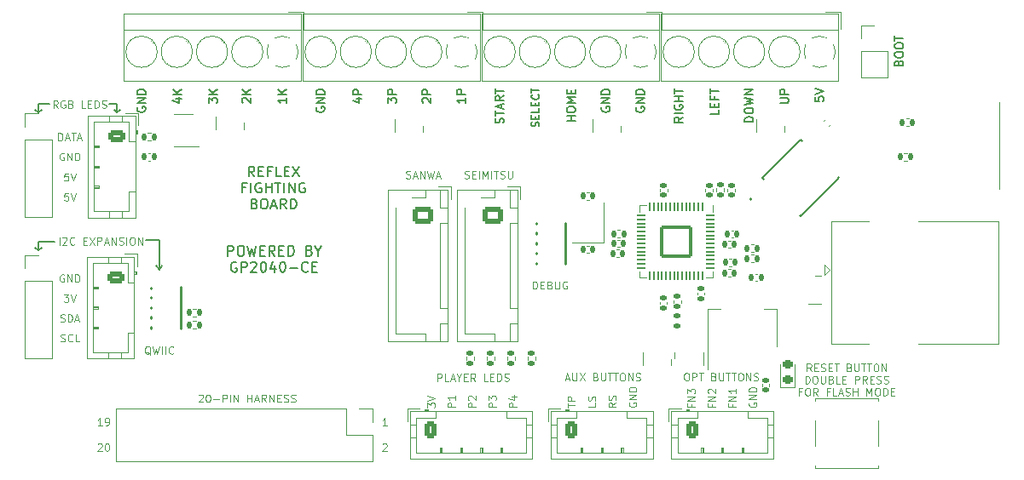
<source format=gbr>
%TF.GenerationSoftware,KiCad,Pcbnew,(6.0.4-0)*%
%TF.CreationDate,2023-01-11T12:36:20-07:00*%
%TF.ProjectId,ReflexFightingBoard,5265666c-6578-4466-9967-6874696e6742,rev?*%
%TF.SameCoordinates,Original*%
%TF.FileFunction,Legend,Top*%
%TF.FilePolarity,Positive*%
%FSLAX46Y46*%
G04 Gerber Fmt 4.6, Leading zero omitted, Abs format (unit mm)*
G04 Created by KiCad (PCBNEW (6.0.4-0)) date 2023-01-11 12:36:20*
%MOMM*%
%LPD*%
G01*
G04 APERTURE LIST*
G04 Aperture macros list*
%AMRoundRect*
0 Rectangle with rounded corners*
0 $1 Rounding radius*
0 $2 $3 $4 $5 $6 $7 $8 $9 X,Y pos of 4 corners*
0 Add a 4 corners polygon primitive as box body*
4,1,4,$2,$3,$4,$5,$6,$7,$8,$9,$2,$3,0*
0 Add four circle primitives for the rounded corners*
1,1,$1+$1,$2,$3*
1,1,$1+$1,$4,$5*
1,1,$1+$1,$6,$7*
1,1,$1+$1,$8,$9*
0 Add four rect primitives between the rounded corners*
20,1,$1+$1,$2,$3,$4,$5,0*
20,1,$1+$1,$4,$5,$6,$7,0*
20,1,$1+$1,$6,$7,$8,$9,0*
20,1,$1+$1,$8,$9,$2,$3,0*%
%AMRotRect*
0 Rectangle, with rotation*
0 The origin of the aperture is its center*
0 $1 length*
0 $2 width*
0 $3 Rotation angle, in degrees counterclockwise*
0 Add horizontal line*
21,1,$1,$2,0,0,$3*%
G04 Aperture macros list end*
%ADD10C,0.150000*%
%ADD11C,0.125000*%
%ADD12C,0.120000*%
%ADD13C,0.254000*%
%ADD14C,0.127000*%
%ADD15C,0.200000*%
%ADD16C,0.100000*%
%ADD17C,0.010000*%
%ADD18RoundRect,0.135000X-0.185000X0.135000X-0.185000X-0.135000X0.185000X-0.135000X0.185000X0.135000X0*%
%ADD19RoundRect,0.135000X0.135000X0.185000X-0.135000X0.185000X-0.135000X-0.185000X0.135000X-0.185000X0*%
%ADD20R,1.060000X0.650000*%
%ADD21RoundRect,0.140000X-0.140000X-0.170000X0.140000X-0.170000X0.140000X0.170000X-0.140000X0.170000X0*%
%ADD22R,1.700000X1.700000*%
%ADD23O,1.700000X1.700000*%
%ADD24RoundRect,0.249999X-0.625001X0.350001X-0.625001X-0.350001X0.625001X-0.350001X0.625001X0.350001X0*%
%ADD25O,1.750000X1.200000*%
%ADD26RoundRect,0.249999X-0.350001X-0.625001X0.350001X-0.625001X0.350001X0.625001X-0.350001X0.625001X0*%
%ADD27O,1.200000X1.750000*%
%ADD28R,2.300000X2.300000*%
%ADD29C,2.300000*%
%ADD30C,7.000000*%
%ADD31R,3.000000X0.900000*%
%ADD32R,1.600000X0.400000*%
%ADD33RoundRect,0.140000X0.140000X0.170000X-0.140000X0.170000X-0.140000X-0.170000X0.140000X-0.170000X0*%
%ADD34O,0.200000X0.700000*%
%ADD35RoundRect,0.140000X-0.170000X0.140000X-0.170000X-0.140000X0.170000X-0.140000X0.170000X0.140000X0*%
%ADD36R,1.600000X1.600000*%
%ADD37C,1.600000*%
%ADD38C,4.000000*%
%ADD39RoundRect,0.135000X0.185000X-0.135000X0.185000X0.135000X-0.185000X0.135000X-0.185000X-0.135000X0*%
%ADD40R,1.500000X2.000000*%
%ADD41R,3.800000X2.000000*%
%ADD42RotRect,1.610000X0.580000X45.000000*%
%ADD43RoundRect,0.050000X-0.050000X0.387500X-0.050000X-0.387500X0.050000X-0.387500X0.050000X0.387500X0*%
%ADD44RoundRect,0.050000X-0.387500X0.050000X-0.387500X-0.050000X0.387500X-0.050000X0.387500X0.050000X0*%
%ADD45RoundRect,0.144000X-1.456000X1.456000X-1.456000X-1.456000X1.456000X-1.456000X1.456000X1.456000X0*%
%ADD46RoundRect,0.140000X0.170000X-0.140000X0.170000X0.140000X-0.170000X0.140000X-0.170000X-0.140000X0*%
%ADD47RoundRect,0.135000X-0.135000X-0.185000X0.135000X-0.185000X0.135000X0.185000X-0.135000X0.185000X0*%
%ADD48R,1.150000X1.400000*%
%ADD49RoundRect,0.218750X0.256250X-0.218750X0.256250X0.218750X-0.256250X0.218750X-0.256250X-0.218750X0*%
%ADD50C,1.200000*%
%ADD51RoundRect,0.250000X-0.725000X0.600000X-0.725000X-0.600000X0.725000X-0.600000X0.725000X0.600000X0*%
%ADD52O,1.950000X1.700000*%
%ADD53R,1.550000X1.300000*%
%ADD54RoundRect,0.140000X0.021213X-0.219203X0.219203X-0.021213X-0.021213X0.219203X-0.219203X0.021213X0*%
%ADD55RoundRect,0.147500X0.172500X-0.147500X0.172500X0.147500X-0.172500X0.147500X-0.172500X-0.147500X0*%
%ADD56C,0.650000*%
%ADD57R,1.100000X0.225000*%
%ADD58O,2.100000X1.000000*%
%ADD59O,1.800000X1.000000*%
%ADD60O,0.700000X0.200000*%
G04 APERTURE END LIST*
D10*
X105000000Y-102000000D02*
X105300000Y-102300000D01*
X117000000Y-103800000D02*
X117300000Y-104200000D01*
X117600000Y-103800000D02*
X117300000Y-104200000D01*
X106900000Y-101400000D02*
X105300000Y-101400000D01*
X106400000Y-87700000D02*
X105300000Y-87700000D01*
X117300000Y-101300000D02*
X117300000Y-104200000D01*
X113100000Y-88600000D02*
X113400000Y-88300000D01*
X112800000Y-88300000D02*
X113100000Y-88600000D01*
X116000000Y-101300000D02*
X117300000Y-101300000D01*
X117300000Y-104200000D02*
X117000000Y-103800000D01*
X105300000Y-87700000D02*
X105300000Y-88600000D01*
X105300000Y-102300000D02*
X105600000Y-102000000D01*
X105300000Y-88600000D02*
X105600000Y-88300000D01*
X113100000Y-87700000D02*
X112300000Y-87700000D01*
X105000000Y-88300000D02*
X105300000Y-88600000D01*
X113100000Y-87700000D02*
X113100000Y-88600000D01*
X105300000Y-101400000D02*
X105300000Y-102300000D01*
D11*
X139914285Y-119719285D02*
X139485714Y-119719285D01*
X139700000Y-119719285D02*
X139700000Y-118969285D01*
X139628571Y-119076428D01*
X139557142Y-119147857D01*
X139485714Y-119183571D01*
X139485714Y-121580714D02*
X139521428Y-121545000D01*
X139592857Y-121509285D01*
X139771428Y-121509285D01*
X139842857Y-121545000D01*
X139878571Y-121580714D01*
X139914285Y-121652142D01*
X139914285Y-121723571D01*
X139878571Y-121830714D01*
X139450000Y-122259285D01*
X139914285Y-122259285D01*
X111188571Y-121580714D02*
X111224285Y-121545000D01*
X111295714Y-121509285D01*
X111474285Y-121509285D01*
X111545714Y-121545000D01*
X111581428Y-121580714D01*
X111617142Y-121652142D01*
X111617142Y-121723571D01*
X111581428Y-121830714D01*
X111152857Y-122259285D01*
X111617142Y-122259285D01*
X112081428Y-121509285D02*
X112152857Y-121509285D01*
X112224285Y-121545000D01*
X112260000Y-121580714D01*
X112295714Y-121652142D01*
X112331428Y-121795000D01*
X112331428Y-121973571D01*
X112295714Y-122116428D01*
X112260000Y-122187857D01*
X112224285Y-122223571D01*
X112152857Y-122259285D01*
X112081428Y-122259285D01*
X112010000Y-122223571D01*
X111974285Y-122187857D01*
X111938571Y-122116428D01*
X111902857Y-121973571D01*
X111902857Y-121795000D01*
X111938571Y-121652142D01*
X111974285Y-121580714D01*
X112010000Y-121545000D01*
X112081428Y-121509285D01*
X111617142Y-119719285D02*
X111188571Y-119719285D01*
X111402857Y-119719285D02*
X111402857Y-118969285D01*
X111331428Y-119076428D01*
X111260000Y-119147857D01*
X111188571Y-119183571D01*
X111974285Y-119719285D02*
X112117142Y-119719285D01*
X112188571Y-119683571D01*
X112224285Y-119647857D01*
X112295714Y-119540714D01*
X112331428Y-119397857D01*
X112331428Y-119112142D01*
X112295714Y-119040714D01*
X112260000Y-119005000D01*
X112188571Y-118969285D01*
X112045714Y-118969285D01*
X111974285Y-119005000D01*
X111938571Y-119040714D01*
X111902857Y-119112142D01*
X111902857Y-119290714D01*
X111938571Y-119362142D01*
X111974285Y-119397857D01*
X112045714Y-119433571D01*
X112188571Y-119433571D01*
X112260000Y-119397857D01*
X112295714Y-119362142D01*
X112331428Y-119290714D01*
D10*
X151474047Y-89627261D02*
X151514523Y-89505833D01*
X151514523Y-89303452D01*
X151474047Y-89222500D01*
X151433571Y-89182023D01*
X151352619Y-89141547D01*
X151271666Y-89141547D01*
X151190714Y-89182023D01*
X151150238Y-89222500D01*
X151109761Y-89303452D01*
X151069285Y-89465357D01*
X151028809Y-89546309D01*
X150988333Y-89586785D01*
X150907380Y-89627261D01*
X150826428Y-89627261D01*
X150745476Y-89586785D01*
X150705000Y-89546309D01*
X150664523Y-89465357D01*
X150664523Y-89262976D01*
X150705000Y-89141547D01*
X150664523Y-88898690D02*
X150664523Y-88412976D01*
X151514523Y-88655833D02*
X150664523Y-88655833D01*
X151271666Y-88170119D02*
X151271666Y-87765357D01*
X151514523Y-88251071D02*
X150664523Y-87967738D01*
X151514523Y-87684404D01*
X151514523Y-86915357D02*
X151109761Y-87198690D01*
X151514523Y-87401071D02*
X150664523Y-87401071D01*
X150664523Y-87077261D01*
X150705000Y-86996309D01*
X150745476Y-86955833D01*
X150826428Y-86915357D01*
X150947857Y-86915357D01*
X151028809Y-86955833D01*
X151069285Y-86996309D01*
X151109761Y-87077261D01*
X151109761Y-87401071D01*
X150664523Y-86672500D02*
X150664523Y-86186785D01*
X151514523Y-86429642D02*
X150664523Y-86429642D01*
X154989571Y-89962975D02*
X155025285Y-89855833D01*
X155025285Y-89677261D01*
X154989571Y-89605833D01*
X154953857Y-89570118D01*
X154882428Y-89534404D01*
X154811000Y-89534404D01*
X154739571Y-89570118D01*
X154703857Y-89605833D01*
X154668142Y-89677261D01*
X154632428Y-89820118D01*
X154596714Y-89891547D01*
X154561000Y-89927261D01*
X154489571Y-89962975D01*
X154418142Y-89962975D01*
X154346714Y-89927261D01*
X154311000Y-89891547D01*
X154275285Y-89820118D01*
X154275285Y-89641547D01*
X154311000Y-89534404D01*
X154632428Y-89212975D02*
X154632428Y-88962975D01*
X155025285Y-88855833D02*
X155025285Y-89212975D01*
X154275285Y-89212975D01*
X154275285Y-88855833D01*
X155025285Y-88177261D02*
X155025285Y-88534404D01*
X154275285Y-88534404D01*
X154632428Y-87927261D02*
X154632428Y-87677261D01*
X155025285Y-87570118D02*
X155025285Y-87927261D01*
X154275285Y-87927261D01*
X154275285Y-87570118D01*
X154953857Y-86820118D02*
X154989571Y-86855833D01*
X155025285Y-86962975D01*
X155025285Y-87034404D01*
X154989571Y-87141547D01*
X154918142Y-87212975D01*
X154846714Y-87248690D01*
X154703857Y-87284404D01*
X154596714Y-87284404D01*
X154453857Y-87248690D01*
X154382428Y-87212975D01*
X154311000Y-87141547D01*
X154275285Y-87034404D01*
X154275285Y-86962975D01*
X154311000Y-86855833D01*
X154346714Y-86820118D01*
X154275285Y-86605833D02*
X154275285Y-86177261D01*
X155025285Y-86391547D02*
X154275285Y-86391547D01*
D11*
X107489285Y-109371171D02*
X107596428Y-109406885D01*
X107775000Y-109406885D01*
X107846428Y-109371171D01*
X107882142Y-109335457D01*
X107917857Y-109264028D01*
X107917857Y-109192600D01*
X107882142Y-109121171D01*
X107846428Y-109085457D01*
X107775000Y-109049742D01*
X107632142Y-109014028D01*
X107560714Y-108978314D01*
X107525000Y-108942600D01*
X107489285Y-108871171D01*
X107489285Y-108799742D01*
X107525000Y-108728314D01*
X107560714Y-108692600D01*
X107632142Y-108656885D01*
X107810714Y-108656885D01*
X107917857Y-108692600D01*
X108239285Y-109406885D02*
X108239285Y-108656885D01*
X108417857Y-108656885D01*
X108525000Y-108692600D01*
X108596428Y-108764028D01*
X108632142Y-108835457D01*
X108667857Y-108978314D01*
X108667857Y-109085457D01*
X108632142Y-109228314D01*
X108596428Y-109299742D01*
X108525000Y-109371171D01*
X108417857Y-109406885D01*
X108239285Y-109406885D01*
X108953571Y-109192600D02*
X109310714Y-109192600D01*
X108882142Y-109406885D02*
X109132142Y-108656885D01*
X109382142Y-109406885D01*
X107375000Y-101739285D02*
X107375000Y-100989285D01*
X107696428Y-101060714D02*
X107732142Y-101025000D01*
X107803571Y-100989285D01*
X107982142Y-100989285D01*
X108053571Y-101025000D01*
X108089285Y-101060714D01*
X108125000Y-101132142D01*
X108125000Y-101203571D01*
X108089285Y-101310714D01*
X107660714Y-101739285D01*
X108125000Y-101739285D01*
X108875000Y-101667857D02*
X108839285Y-101703571D01*
X108732142Y-101739285D01*
X108660714Y-101739285D01*
X108553571Y-101703571D01*
X108482142Y-101632142D01*
X108446428Y-101560714D01*
X108410714Y-101417857D01*
X108410714Y-101310714D01*
X108446428Y-101167857D01*
X108482142Y-101096428D01*
X108553571Y-101025000D01*
X108660714Y-100989285D01*
X108732142Y-100989285D01*
X108839285Y-101025000D01*
X108875000Y-101060714D01*
X109767857Y-101346428D02*
X110017857Y-101346428D01*
X110125000Y-101739285D02*
X109767857Y-101739285D01*
X109767857Y-100989285D01*
X110125000Y-100989285D01*
X110375000Y-100989285D02*
X110875000Y-101739285D01*
X110875000Y-100989285D02*
X110375000Y-101739285D01*
X111160714Y-101739285D02*
X111160714Y-100989285D01*
X111446428Y-100989285D01*
X111517857Y-101025000D01*
X111553571Y-101060714D01*
X111589285Y-101132142D01*
X111589285Y-101239285D01*
X111553571Y-101310714D01*
X111517857Y-101346428D01*
X111446428Y-101382142D01*
X111160714Y-101382142D01*
X111875000Y-101525000D02*
X112232142Y-101525000D01*
X111803571Y-101739285D02*
X112053571Y-100989285D01*
X112303571Y-101739285D01*
X112553571Y-101739285D02*
X112553571Y-100989285D01*
X112982142Y-101739285D01*
X112982142Y-100989285D01*
X113303571Y-101703571D02*
X113410714Y-101739285D01*
X113589285Y-101739285D01*
X113660714Y-101703571D01*
X113696428Y-101667857D01*
X113732142Y-101596428D01*
X113732142Y-101525000D01*
X113696428Y-101453571D01*
X113660714Y-101417857D01*
X113589285Y-101382142D01*
X113446428Y-101346428D01*
X113375000Y-101310714D01*
X113339285Y-101275000D01*
X113303571Y-101203571D01*
X113303571Y-101132142D01*
X113339285Y-101060714D01*
X113375000Y-101025000D01*
X113446428Y-100989285D01*
X113625000Y-100989285D01*
X113732142Y-101025000D01*
X114053571Y-101739285D02*
X114053571Y-100989285D01*
X114553571Y-100989285D02*
X114696428Y-100989285D01*
X114767857Y-101025000D01*
X114839285Y-101096428D01*
X114875000Y-101239285D01*
X114875000Y-101489285D01*
X114839285Y-101632142D01*
X114767857Y-101703571D01*
X114696428Y-101739285D01*
X114553571Y-101739285D01*
X114482142Y-101703571D01*
X114410714Y-101632142D01*
X114375000Y-101489285D01*
X114375000Y-101239285D01*
X114410714Y-101096428D01*
X114482142Y-101025000D01*
X114553571Y-100989285D01*
X115196428Y-101739285D02*
X115196428Y-100989285D01*
X115625000Y-101739285D01*
X115625000Y-100989285D01*
D10*
X178934523Y-87643928D02*
X179622619Y-87643928D01*
X179703571Y-87603451D01*
X179744047Y-87562975D01*
X179784523Y-87482023D01*
X179784523Y-87320118D01*
X179744047Y-87239166D01*
X179703571Y-87198690D01*
X179622619Y-87158213D01*
X178934523Y-87158213D01*
X179784523Y-86753451D02*
X178934523Y-86753451D01*
X178934523Y-86429642D01*
X178975000Y-86348690D01*
X179015476Y-86308213D01*
X179096428Y-86267737D01*
X179217857Y-86267737D01*
X179298809Y-86308213D01*
X179339285Y-86348690D01*
X179379761Y-86429642D01*
X179379761Y-86753451D01*
X176284523Y-89505833D02*
X175434523Y-89505833D01*
X175434523Y-89303452D01*
X175475000Y-89182024D01*
X175555952Y-89101071D01*
X175636904Y-89060595D01*
X175798809Y-89020119D01*
X175920238Y-89020119D01*
X176082142Y-89060595D01*
X176163095Y-89101071D01*
X176244047Y-89182024D01*
X176284523Y-89303452D01*
X176284523Y-89505833D01*
X175434523Y-88493928D02*
X175434523Y-88332024D01*
X175475000Y-88251071D01*
X175555952Y-88170119D01*
X175717857Y-88129643D01*
X176001190Y-88129643D01*
X176163095Y-88170119D01*
X176244047Y-88251071D01*
X176284523Y-88332024D01*
X176284523Y-88493928D01*
X176244047Y-88574881D01*
X176163095Y-88655833D01*
X176001190Y-88696309D01*
X175717857Y-88696309D01*
X175555952Y-88655833D01*
X175475000Y-88574881D01*
X175434523Y-88493928D01*
X175434523Y-87846309D02*
X176284523Y-87643928D01*
X175677380Y-87482024D01*
X176284523Y-87320119D01*
X175434523Y-87117738D01*
X176284523Y-86793928D02*
X175434523Y-86793928D01*
X176284523Y-86308214D01*
X175434523Y-86308214D01*
X136850857Y-87198690D02*
X137417523Y-87198690D01*
X136527047Y-87401071D02*
X137134190Y-87603452D01*
X137134190Y-87077261D01*
X137417523Y-86753452D02*
X136567523Y-86753452D01*
X136567523Y-86429642D01*
X136608000Y-86348690D01*
X136648476Y-86308214D01*
X136729428Y-86267737D01*
X136850857Y-86267737D01*
X136931809Y-86308214D01*
X136972285Y-86348690D01*
X137012761Y-86429642D01*
X137012761Y-86753452D01*
D11*
X107828571Y-106675685D02*
X108292857Y-106675685D01*
X108042857Y-106961400D01*
X108150000Y-106961400D01*
X108221428Y-106997114D01*
X108257142Y-107032828D01*
X108292857Y-107104257D01*
X108292857Y-107282828D01*
X108257142Y-107354257D01*
X108221428Y-107389971D01*
X108150000Y-107425685D01*
X107935714Y-107425685D01*
X107864285Y-107389971D01*
X107828571Y-107354257D01*
X108507142Y-106675685D02*
X108757142Y-107425685D01*
X109007142Y-106675685D01*
X143942086Y-117915928D02*
X143942086Y-117451642D01*
X144227801Y-117701642D01*
X144227801Y-117594500D01*
X144263515Y-117523071D01*
X144299229Y-117487357D01*
X144370658Y-117451642D01*
X144549229Y-117451642D01*
X144620658Y-117487357D01*
X144656372Y-117523071D01*
X144692086Y-117594500D01*
X144692086Y-117808785D01*
X144656372Y-117880214D01*
X144620658Y-117915928D01*
X143942086Y-117237357D02*
X144692086Y-116987357D01*
X143942086Y-116737357D01*
X172158428Y-117644457D02*
X172158428Y-117894457D01*
X172551285Y-117894457D02*
X171801285Y-117894457D01*
X171801285Y-117537314D01*
X172551285Y-117251600D02*
X171801285Y-117251600D01*
X172551285Y-116823028D01*
X171801285Y-116823028D01*
X171872714Y-116501600D02*
X171837000Y-116465885D01*
X171801285Y-116394457D01*
X171801285Y-116215885D01*
X171837000Y-116144457D01*
X171872714Y-116108742D01*
X171944142Y-116073028D01*
X172015571Y-116073028D01*
X172122714Y-116108742D01*
X172551285Y-116537314D01*
X172551285Y-116073028D01*
X163971366Y-117458728D02*
X163935651Y-117530157D01*
X163935651Y-117637300D01*
X163971366Y-117744442D01*
X164042794Y-117815871D01*
X164114223Y-117851585D01*
X164257080Y-117887300D01*
X164364223Y-117887300D01*
X164507080Y-117851585D01*
X164578508Y-117815871D01*
X164649937Y-117744442D01*
X164685651Y-117637300D01*
X164685651Y-117565871D01*
X164649937Y-117458728D01*
X164614223Y-117423014D01*
X164364223Y-117423014D01*
X164364223Y-117565871D01*
X164685651Y-117101585D02*
X163935651Y-117101585D01*
X164685651Y-116673014D01*
X163935651Y-116673014D01*
X164685651Y-116315871D02*
X163935651Y-116315871D01*
X163935651Y-116137300D01*
X163971366Y-116030157D01*
X164042794Y-115958728D01*
X164114223Y-115923014D01*
X164257080Y-115887300D01*
X164364223Y-115887300D01*
X164507080Y-115923014D01*
X164578508Y-115958728D01*
X164649937Y-116030157D01*
X164685651Y-116137300D01*
X164685651Y-116315871D01*
D10*
X126745238Y-94949455D02*
X126411904Y-94473265D01*
X126173809Y-94949455D02*
X126173809Y-93949455D01*
X126554761Y-93949455D01*
X126650000Y-93997075D01*
X126697619Y-94044694D01*
X126745238Y-94139932D01*
X126745238Y-94282789D01*
X126697619Y-94378027D01*
X126650000Y-94425646D01*
X126554761Y-94473265D01*
X126173809Y-94473265D01*
X127173809Y-94425646D02*
X127507142Y-94425646D01*
X127650000Y-94949455D02*
X127173809Y-94949455D01*
X127173809Y-93949455D01*
X127650000Y-93949455D01*
X128411904Y-94425646D02*
X128078571Y-94425646D01*
X128078571Y-94949455D02*
X128078571Y-93949455D01*
X128554761Y-93949455D01*
X129411904Y-94949455D02*
X128935714Y-94949455D01*
X128935714Y-93949455D01*
X129745238Y-94425646D02*
X130078571Y-94425646D01*
X130221428Y-94949455D02*
X129745238Y-94949455D01*
X129745238Y-93949455D01*
X130221428Y-93949455D01*
X130554761Y-93949455D02*
X131221428Y-94949455D01*
X131221428Y-93949455D02*
X130554761Y-94949455D01*
X125888095Y-96035646D02*
X125554761Y-96035646D01*
X125554761Y-96559455D02*
X125554761Y-95559455D01*
X126030952Y-95559455D01*
X126411904Y-96559455D02*
X126411904Y-95559455D01*
X127411904Y-95607075D02*
X127316666Y-95559455D01*
X127173809Y-95559455D01*
X127030952Y-95607075D01*
X126935714Y-95702313D01*
X126888095Y-95797551D01*
X126840476Y-95988027D01*
X126840476Y-96130884D01*
X126888095Y-96321360D01*
X126935714Y-96416598D01*
X127030952Y-96511836D01*
X127173809Y-96559455D01*
X127269047Y-96559455D01*
X127411904Y-96511836D01*
X127459523Y-96464217D01*
X127459523Y-96130884D01*
X127269047Y-96130884D01*
X127888095Y-96559455D02*
X127888095Y-95559455D01*
X127888095Y-96035646D02*
X128459523Y-96035646D01*
X128459523Y-96559455D02*
X128459523Y-95559455D01*
X128792857Y-95559455D02*
X129364285Y-95559455D01*
X129078571Y-96559455D02*
X129078571Y-95559455D01*
X129697619Y-96559455D02*
X129697619Y-95559455D01*
X130173809Y-96559455D02*
X130173809Y-95559455D01*
X130745238Y-96559455D01*
X130745238Y-95559455D01*
X131745238Y-95607075D02*
X131650000Y-95559455D01*
X131507142Y-95559455D01*
X131364285Y-95607075D01*
X131269047Y-95702313D01*
X131221428Y-95797551D01*
X131173809Y-95988027D01*
X131173809Y-96130884D01*
X131221428Y-96321360D01*
X131269047Y-96416598D01*
X131364285Y-96511836D01*
X131507142Y-96559455D01*
X131602380Y-96559455D01*
X131745238Y-96511836D01*
X131792857Y-96464217D01*
X131792857Y-96130884D01*
X131602380Y-96130884D01*
X126769047Y-97645646D02*
X126911904Y-97693265D01*
X126959523Y-97740884D01*
X127007142Y-97836122D01*
X127007142Y-97978979D01*
X126959523Y-98074217D01*
X126911904Y-98121836D01*
X126816666Y-98169455D01*
X126435714Y-98169455D01*
X126435714Y-97169455D01*
X126769047Y-97169455D01*
X126864285Y-97217075D01*
X126911904Y-97264694D01*
X126959523Y-97359932D01*
X126959523Y-97455170D01*
X126911904Y-97550408D01*
X126864285Y-97598027D01*
X126769047Y-97645646D01*
X126435714Y-97645646D01*
X127626190Y-97169455D02*
X127816666Y-97169455D01*
X127911904Y-97217075D01*
X128007142Y-97312313D01*
X128054761Y-97502789D01*
X128054761Y-97836122D01*
X128007142Y-98026598D01*
X127911904Y-98121836D01*
X127816666Y-98169455D01*
X127626190Y-98169455D01*
X127530952Y-98121836D01*
X127435714Y-98026598D01*
X127388095Y-97836122D01*
X127388095Y-97502789D01*
X127435714Y-97312313D01*
X127530952Y-97217075D01*
X127626190Y-97169455D01*
X128435714Y-97883741D02*
X128911904Y-97883741D01*
X128340476Y-98169455D02*
X128673809Y-97169455D01*
X129007142Y-98169455D01*
X129911904Y-98169455D02*
X129578571Y-97693265D01*
X129340476Y-98169455D02*
X129340476Y-97169455D01*
X129721428Y-97169455D01*
X129816666Y-97217075D01*
X129864285Y-97264694D01*
X129911904Y-97359932D01*
X129911904Y-97502789D01*
X129864285Y-97598027D01*
X129816666Y-97645646D01*
X129721428Y-97693265D01*
X129340476Y-97693265D01*
X130340476Y-98169455D02*
X130340476Y-97169455D01*
X130578571Y-97169455D01*
X130721428Y-97217075D01*
X130816666Y-97312313D01*
X130864285Y-97407551D01*
X130911904Y-97598027D01*
X130911904Y-97740884D01*
X130864285Y-97931360D01*
X130816666Y-98026598D01*
X130721428Y-98121836D01*
X130578571Y-98169455D01*
X130340476Y-98169455D01*
D11*
X108257142Y-96617285D02*
X107900000Y-96617285D01*
X107864285Y-96974428D01*
X107900000Y-96938714D01*
X107971428Y-96903000D01*
X108150000Y-96903000D01*
X108221428Y-96938714D01*
X108257142Y-96974428D01*
X108292857Y-97045857D01*
X108292857Y-97224428D01*
X108257142Y-97295857D01*
X108221428Y-97331571D01*
X108150000Y-97367285D01*
X107971428Y-97367285D01*
X107900000Y-97331571D01*
X107864285Y-97295857D01*
X108507142Y-96617285D02*
X108757142Y-97367285D01*
X109007142Y-96617285D01*
X107507142Y-111352371D02*
X107614285Y-111388085D01*
X107792857Y-111388085D01*
X107864285Y-111352371D01*
X107900000Y-111316657D01*
X107935714Y-111245228D01*
X107935714Y-111173800D01*
X107900000Y-111102371D01*
X107864285Y-111066657D01*
X107792857Y-111030942D01*
X107650000Y-110995228D01*
X107578571Y-110959514D01*
X107542857Y-110923800D01*
X107507142Y-110852371D01*
X107507142Y-110780942D01*
X107542857Y-110709514D01*
X107578571Y-110673800D01*
X107650000Y-110638085D01*
X107828571Y-110638085D01*
X107935714Y-110673800D01*
X108685714Y-111316657D02*
X108650000Y-111352371D01*
X108542857Y-111388085D01*
X108471428Y-111388085D01*
X108364285Y-111352371D01*
X108292857Y-111280942D01*
X108257142Y-111209514D01*
X108221428Y-111066657D01*
X108221428Y-110959514D01*
X108257142Y-110816657D01*
X108292857Y-110745228D01*
X108364285Y-110673800D01*
X108471428Y-110638085D01*
X108542857Y-110638085D01*
X108650000Y-110673800D01*
X108685714Y-110709514D01*
X109364285Y-111388085D02*
X109007142Y-111388085D01*
X109007142Y-110638085D01*
D10*
X190739285Y-83653571D02*
X190779761Y-83532142D01*
X190820238Y-83491666D01*
X190901190Y-83451190D01*
X191022619Y-83451190D01*
X191103571Y-83491666D01*
X191144047Y-83532142D01*
X191184523Y-83613095D01*
X191184523Y-83936904D01*
X190334523Y-83936904D01*
X190334523Y-83653571D01*
X190375000Y-83572619D01*
X190415476Y-83532142D01*
X190496428Y-83491666D01*
X190577380Y-83491666D01*
X190658333Y-83532142D01*
X190698809Y-83572619D01*
X190739285Y-83653571D01*
X190739285Y-83936904D01*
X190334523Y-82925000D02*
X190334523Y-82763095D01*
X190375000Y-82682142D01*
X190455952Y-82601190D01*
X190617857Y-82560714D01*
X190901190Y-82560714D01*
X191063095Y-82601190D01*
X191144047Y-82682142D01*
X191184523Y-82763095D01*
X191184523Y-82925000D01*
X191144047Y-83005952D01*
X191063095Y-83086904D01*
X190901190Y-83127380D01*
X190617857Y-83127380D01*
X190455952Y-83086904D01*
X190375000Y-83005952D01*
X190334523Y-82925000D01*
X190334523Y-82034523D02*
X190334523Y-81872619D01*
X190375000Y-81791666D01*
X190455952Y-81710714D01*
X190617857Y-81670238D01*
X190901190Y-81670238D01*
X191063095Y-81710714D01*
X191144047Y-81791666D01*
X191184523Y-81872619D01*
X191184523Y-82034523D01*
X191144047Y-82115476D01*
X191063095Y-82196428D01*
X190901190Y-82236904D01*
X190617857Y-82236904D01*
X190455952Y-82196428D01*
X190375000Y-82115476D01*
X190334523Y-82034523D01*
X190334523Y-81427380D02*
X190334523Y-80941666D01*
X191184523Y-81184523D02*
X190334523Y-81184523D01*
D11*
X150737286Y-117898071D02*
X149987286Y-117898071D01*
X149987286Y-117612357D01*
X150023001Y-117540928D01*
X150058715Y-117505214D01*
X150130143Y-117469500D01*
X150237286Y-117469500D01*
X150308715Y-117505214D01*
X150344429Y-117540928D01*
X150380143Y-117612357D01*
X150380143Y-117898071D01*
X149987286Y-117219500D02*
X149987286Y-116755214D01*
X150273001Y-117005214D01*
X150273001Y-116898071D01*
X150308715Y-116826642D01*
X150344429Y-116790928D01*
X150415858Y-116755214D01*
X150594429Y-116755214D01*
X150665858Y-116790928D01*
X150701572Y-116826642D01*
X150737286Y-116898071D01*
X150737286Y-117112357D01*
X150701572Y-117183785D01*
X150665858Y-117219500D01*
X144937043Y-115312385D02*
X144937043Y-114562385D01*
X145222758Y-114562385D01*
X145294186Y-114598100D01*
X145329901Y-114633814D01*
X145365615Y-114705242D01*
X145365615Y-114812385D01*
X145329901Y-114883814D01*
X145294186Y-114919528D01*
X145222758Y-114955242D01*
X144937043Y-114955242D01*
X146044186Y-115312385D02*
X145687043Y-115312385D01*
X145687043Y-114562385D01*
X146258472Y-115098100D02*
X146615615Y-115098100D01*
X146187043Y-115312385D02*
X146437043Y-114562385D01*
X146687043Y-115312385D01*
X147079901Y-114955242D02*
X147079901Y-115312385D01*
X146829901Y-114562385D02*
X147079901Y-114955242D01*
X147329901Y-114562385D01*
X147579901Y-114919528D02*
X147829901Y-114919528D01*
X147937043Y-115312385D02*
X147579901Y-115312385D01*
X147579901Y-114562385D01*
X147937043Y-114562385D01*
X148687043Y-115312385D02*
X148437043Y-114955242D01*
X148258472Y-115312385D02*
X148258472Y-114562385D01*
X148544186Y-114562385D01*
X148615615Y-114598100D01*
X148651329Y-114633814D01*
X148687043Y-114705242D01*
X148687043Y-114812385D01*
X148651329Y-114883814D01*
X148615615Y-114919528D01*
X148544186Y-114955242D01*
X148258472Y-114955242D01*
X149937043Y-115312385D02*
X149579901Y-115312385D01*
X149579901Y-114562385D01*
X150187043Y-114919528D02*
X150437043Y-114919528D01*
X150544186Y-115312385D02*
X150187043Y-115312385D01*
X150187043Y-114562385D01*
X150544186Y-114562385D01*
X150865615Y-115312385D02*
X150865615Y-114562385D01*
X151044186Y-114562385D01*
X151151329Y-114598100D01*
X151222758Y-114669528D01*
X151258472Y-114740957D01*
X151294186Y-114883814D01*
X151294186Y-114990957D01*
X151258472Y-115133814D01*
X151222758Y-115205242D01*
X151151329Y-115276671D01*
X151044186Y-115312385D01*
X150865615Y-115312385D01*
X151579901Y-115276671D02*
X151687043Y-115312385D01*
X151865615Y-115312385D01*
X151937043Y-115276671D01*
X151972758Y-115240957D01*
X152008472Y-115169528D01*
X152008472Y-115098100D01*
X151972758Y-115026671D01*
X151937043Y-114990957D01*
X151865615Y-114955242D01*
X151722758Y-114919528D01*
X151651329Y-114883814D01*
X151615615Y-114848100D01*
X151579901Y-114776671D01*
X151579901Y-114705242D01*
X151615615Y-114633814D01*
X151651329Y-114598100D01*
X151722758Y-114562385D01*
X151901329Y-114562385D01*
X152008472Y-114598100D01*
D10*
X164675000Y-88048690D02*
X164634523Y-88129642D01*
X164634523Y-88251071D01*
X164675000Y-88372499D01*
X164755952Y-88453451D01*
X164836904Y-88493928D01*
X164998809Y-88534404D01*
X165120238Y-88534404D01*
X165282142Y-88493928D01*
X165363095Y-88453451D01*
X165444047Y-88372499D01*
X165484523Y-88251071D01*
X165484523Y-88170118D01*
X165444047Y-88048690D01*
X165403571Y-88008213D01*
X165120238Y-88008213D01*
X165120238Y-88170118D01*
X165484523Y-87643928D02*
X164634523Y-87643928D01*
X165484523Y-87158213D01*
X164634523Y-87158213D01*
X165484523Y-86753451D02*
X164634523Y-86753451D01*
X164634523Y-86551071D01*
X164675000Y-86429642D01*
X164755952Y-86348690D01*
X164836904Y-86308213D01*
X164998809Y-86267737D01*
X165120238Y-86267737D01*
X165282142Y-86308213D01*
X165363095Y-86348690D01*
X165444047Y-86429642D01*
X165484523Y-86551071D01*
X165484523Y-86753451D01*
D11*
X162653651Y-117469500D02*
X162296508Y-117719500D01*
X162653651Y-117898071D02*
X161903651Y-117898071D01*
X161903651Y-117612357D01*
X161939366Y-117540928D01*
X161975080Y-117505214D01*
X162046508Y-117469500D01*
X162153651Y-117469500D01*
X162225080Y-117505214D01*
X162260794Y-117540928D01*
X162296508Y-117612357D01*
X162296508Y-117898071D01*
X162617937Y-117183785D02*
X162653651Y-117076642D01*
X162653651Y-116898071D01*
X162617937Y-116826642D01*
X162582223Y-116790928D01*
X162510794Y-116755214D01*
X162439366Y-116755214D01*
X162367937Y-116790928D01*
X162332223Y-116826642D01*
X162296508Y-116898071D01*
X162260794Y-117040928D01*
X162225080Y-117112357D01*
X162189366Y-117148071D01*
X162117937Y-117183785D01*
X162046508Y-117183785D01*
X161975080Y-117148071D01*
X161939366Y-117112357D01*
X161903651Y-117040928D01*
X161903651Y-116862357D01*
X161939366Y-116755214D01*
D10*
X129924523Y-87117737D02*
X129924523Y-87603452D01*
X129924523Y-87360595D02*
X129074523Y-87360595D01*
X129195952Y-87441547D01*
X129276904Y-87522499D01*
X129317380Y-87603452D01*
X129924523Y-86753452D02*
X129074523Y-86753452D01*
X129924523Y-86267737D02*
X129438809Y-86632023D01*
X129074523Y-86267737D02*
X129560238Y-86753452D01*
D11*
X121218528Y-116716614D02*
X121254242Y-116680900D01*
X121325671Y-116645185D01*
X121504242Y-116645185D01*
X121575671Y-116680900D01*
X121611385Y-116716614D01*
X121647100Y-116788042D01*
X121647100Y-116859471D01*
X121611385Y-116966614D01*
X121182814Y-117395185D01*
X121647100Y-117395185D01*
X122111385Y-116645185D02*
X122182814Y-116645185D01*
X122254242Y-116680900D01*
X122289957Y-116716614D01*
X122325671Y-116788042D01*
X122361385Y-116930900D01*
X122361385Y-117109471D01*
X122325671Y-117252328D01*
X122289957Y-117323757D01*
X122254242Y-117359471D01*
X122182814Y-117395185D01*
X122111385Y-117395185D01*
X122039957Y-117359471D01*
X122004242Y-117323757D01*
X121968528Y-117252328D01*
X121932814Y-117109471D01*
X121932814Y-116930900D01*
X121968528Y-116788042D01*
X122004242Y-116716614D01*
X122039957Y-116680900D01*
X122111385Y-116645185D01*
X122682814Y-117109471D02*
X123254242Y-117109471D01*
X123611385Y-117395185D02*
X123611385Y-116645185D01*
X123897100Y-116645185D01*
X123968528Y-116680900D01*
X124004242Y-116716614D01*
X124039957Y-116788042D01*
X124039957Y-116895185D01*
X124004242Y-116966614D01*
X123968528Y-117002328D01*
X123897100Y-117038042D01*
X123611385Y-117038042D01*
X124361385Y-117395185D02*
X124361385Y-116645185D01*
X124718528Y-117395185D02*
X124718528Y-116645185D01*
X125147100Y-117395185D01*
X125147100Y-116645185D01*
X126075671Y-117395185D02*
X126075671Y-116645185D01*
X126075671Y-117002328D02*
X126504242Y-117002328D01*
X126504242Y-117395185D02*
X126504242Y-116645185D01*
X126825671Y-117180900D02*
X127182814Y-117180900D01*
X126754242Y-117395185D02*
X127004242Y-116645185D01*
X127254242Y-117395185D01*
X127932814Y-117395185D02*
X127682814Y-117038042D01*
X127504242Y-117395185D02*
X127504242Y-116645185D01*
X127789957Y-116645185D01*
X127861385Y-116680900D01*
X127897100Y-116716614D01*
X127932814Y-116788042D01*
X127932814Y-116895185D01*
X127897100Y-116966614D01*
X127861385Y-117002328D01*
X127789957Y-117038042D01*
X127504242Y-117038042D01*
X128254242Y-117395185D02*
X128254242Y-116645185D01*
X128682814Y-117395185D01*
X128682814Y-116645185D01*
X129039957Y-117002328D02*
X129289957Y-117002328D01*
X129397100Y-117395185D02*
X129039957Y-117395185D01*
X129039957Y-116645185D01*
X129397100Y-116645185D01*
X129682814Y-117359471D02*
X129789957Y-117395185D01*
X129968528Y-117395185D01*
X130039957Y-117359471D01*
X130075671Y-117323757D01*
X130111385Y-117252328D01*
X130111385Y-117180900D01*
X130075671Y-117109471D01*
X130039957Y-117073757D01*
X129968528Y-117038042D01*
X129825671Y-117002328D01*
X129754242Y-116966614D01*
X129718528Y-116930900D01*
X129682814Y-116859471D01*
X129682814Y-116788042D01*
X129718528Y-116716614D01*
X129754242Y-116680900D01*
X129825671Y-116645185D01*
X130004242Y-116645185D01*
X130111385Y-116680900D01*
X130397100Y-117359471D02*
X130504242Y-117395185D01*
X130682814Y-117395185D01*
X130754242Y-117359471D01*
X130789957Y-117323757D01*
X130825671Y-117252328D01*
X130825671Y-117180900D01*
X130789957Y-117109471D01*
X130754242Y-117073757D01*
X130682814Y-117038042D01*
X130539957Y-117002328D01*
X130468528Y-116966614D01*
X130432814Y-116930900D01*
X130397100Y-116859471D01*
X130397100Y-116788042D01*
X130432814Y-116716614D01*
X130468528Y-116680900D01*
X130539957Y-116645185D01*
X130718528Y-116645185D01*
X130825671Y-116680900D01*
X154421428Y-106139285D02*
X154421428Y-105389285D01*
X154600000Y-105389285D01*
X154707142Y-105425000D01*
X154778571Y-105496428D01*
X154814285Y-105567857D01*
X154850000Y-105710714D01*
X154850000Y-105817857D01*
X154814285Y-105960714D01*
X154778571Y-106032142D01*
X154707142Y-106103571D01*
X154600000Y-106139285D01*
X154421428Y-106139285D01*
X155171428Y-105746428D02*
X155421428Y-105746428D01*
X155528571Y-106139285D02*
X155171428Y-106139285D01*
X155171428Y-105389285D01*
X155528571Y-105389285D01*
X156100000Y-105746428D02*
X156207142Y-105782142D01*
X156242857Y-105817857D01*
X156278571Y-105889285D01*
X156278571Y-105996428D01*
X156242857Y-106067857D01*
X156207142Y-106103571D01*
X156135714Y-106139285D01*
X155850000Y-106139285D01*
X155850000Y-105389285D01*
X156100000Y-105389285D01*
X156171428Y-105425000D01*
X156207142Y-105460714D01*
X156242857Y-105532142D01*
X156242857Y-105603571D01*
X156207142Y-105675000D01*
X156171428Y-105710714D01*
X156100000Y-105746428D01*
X155850000Y-105746428D01*
X156600000Y-105389285D02*
X156600000Y-105996428D01*
X156635714Y-106067857D01*
X156671428Y-106103571D01*
X156742857Y-106139285D01*
X156885714Y-106139285D01*
X156957142Y-106103571D01*
X156992857Y-106067857D01*
X157028571Y-105996428D01*
X157028571Y-105389285D01*
X157778571Y-105425000D02*
X157707142Y-105389285D01*
X157600000Y-105389285D01*
X157492857Y-105425000D01*
X157421428Y-105496428D01*
X157385714Y-105567857D01*
X157350000Y-105710714D01*
X157350000Y-105817857D01*
X157385714Y-105960714D01*
X157421428Y-106032142D01*
X157492857Y-106103571D01*
X157600000Y-106139285D01*
X157671428Y-106139285D01*
X157778571Y-106103571D01*
X157814285Y-106067857D01*
X157814285Y-105817857D01*
X157671428Y-105817857D01*
D10*
X132925000Y-88048690D02*
X132884523Y-88129642D01*
X132884523Y-88251071D01*
X132925000Y-88372499D01*
X133005952Y-88453451D01*
X133086904Y-88493928D01*
X133248809Y-88534404D01*
X133370238Y-88534404D01*
X133532142Y-88493928D01*
X133613095Y-88453451D01*
X133694047Y-88372499D01*
X133734523Y-88251071D01*
X133734523Y-88170118D01*
X133694047Y-88048690D01*
X133653571Y-88008213D01*
X133370238Y-88008213D01*
X133370238Y-88170118D01*
X133734523Y-87643928D02*
X132884523Y-87643928D01*
X133734523Y-87158213D01*
X132884523Y-87158213D01*
X133734523Y-86753451D02*
X132884523Y-86753451D01*
X132884523Y-86551071D01*
X132925000Y-86429642D01*
X133005952Y-86348690D01*
X133086904Y-86308213D01*
X133248809Y-86267737D01*
X133370238Y-86267737D01*
X133532142Y-86308213D01*
X133613095Y-86348690D01*
X133694047Y-86429642D01*
X133734523Y-86551071D01*
X133734523Y-86753451D01*
D11*
X170113728Y-117644457D02*
X170113728Y-117894457D01*
X170506585Y-117894457D02*
X169756585Y-117894457D01*
X169756585Y-117537314D01*
X170506585Y-117251600D02*
X169756585Y-117251600D01*
X170506585Y-116823028D01*
X169756585Y-116823028D01*
X169756585Y-116537314D02*
X169756585Y-116073028D01*
X170042300Y-116323028D01*
X170042300Y-116215885D01*
X170078014Y-116144457D01*
X170113728Y-116108742D01*
X170185157Y-116073028D01*
X170363728Y-116073028D01*
X170435157Y-116108742D01*
X170470871Y-116144457D01*
X170506585Y-116215885D01*
X170506585Y-116430171D01*
X170470871Y-116501600D01*
X170435157Y-116537314D01*
X157839651Y-117933785D02*
X157839651Y-117505214D01*
X158589651Y-117719500D02*
X157839651Y-117719500D01*
X158589651Y-117255214D02*
X157839651Y-117255214D01*
X157839651Y-116969500D01*
X157875366Y-116898071D01*
X157911080Y-116862357D01*
X157982508Y-116826642D01*
X158089651Y-116826642D01*
X158161080Y-116862357D01*
X158196794Y-116898071D01*
X158232508Y-116969500D01*
X158232508Y-117255214D01*
X160621651Y-117469500D02*
X160621651Y-117826642D01*
X159871651Y-117826642D01*
X160585937Y-117255214D02*
X160621651Y-117148071D01*
X160621651Y-116969500D01*
X160585937Y-116898071D01*
X160550223Y-116862357D01*
X160478794Y-116826642D01*
X160407366Y-116826642D01*
X160335937Y-116862357D01*
X160300223Y-116898071D01*
X160264508Y-116969500D01*
X160228794Y-117112357D01*
X160193080Y-117183785D01*
X160157366Y-117219500D01*
X160085937Y-117255214D01*
X160014508Y-117255214D01*
X159943080Y-117219500D01*
X159907366Y-117183785D01*
X159871651Y-117112357D01*
X159871651Y-116933785D01*
X159907366Y-116826642D01*
D10*
X169294523Y-89060595D02*
X168889761Y-89343928D01*
X169294523Y-89546309D02*
X168444523Y-89546309D01*
X168444523Y-89222500D01*
X168485000Y-89141547D01*
X168525476Y-89101071D01*
X168606428Y-89060595D01*
X168727857Y-89060595D01*
X168808809Y-89101071D01*
X168849285Y-89141547D01*
X168889761Y-89222500D01*
X168889761Y-89546309D01*
X169294523Y-88696309D02*
X168444523Y-88696309D01*
X168485000Y-87846309D02*
X168444523Y-87927262D01*
X168444523Y-88048690D01*
X168485000Y-88170119D01*
X168565952Y-88251071D01*
X168646904Y-88291547D01*
X168808809Y-88332023D01*
X168930238Y-88332023D01*
X169092142Y-88291547D01*
X169173095Y-88251071D01*
X169254047Y-88170119D01*
X169294523Y-88048690D01*
X169294523Y-87967738D01*
X169254047Y-87846309D01*
X169213571Y-87805833D01*
X168930238Y-87805833D01*
X168930238Y-87967738D01*
X169294523Y-87441547D02*
X168444523Y-87441547D01*
X168849285Y-87441547D02*
X168849285Y-86955833D01*
X169294523Y-86955833D02*
X168444523Y-86955833D01*
X168444523Y-86672500D02*
X168444523Y-86186785D01*
X169294523Y-86429642D02*
X168444523Y-86429642D01*
D11*
X107216775Y-88139285D02*
X106966775Y-87782142D01*
X106788204Y-88139285D02*
X106788204Y-87389285D01*
X107073918Y-87389285D01*
X107145347Y-87425000D01*
X107181061Y-87460714D01*
X107216775Y-87532142D01*
X107216775Y-87639285D01*
X107181061Y-87710714D01*
X107145347Y-87746428D01*
X107073918Y-87782142D01*
X106788204Y-87782142D01*
X107931061Y-87425000D02*
X107859632Y-87389285D01*
X107752489Y-87389285D01*
X107645347Y-87425000D01*
X107573918Y-87496428D01*
X107538204Y-87567857D01*
X107502489Y-87710714D01*
X107502489Y-87817857D01*
X107538204Y-87960714D01*
X107573918Y-88032142D01*
X107645347Y-88103571D01*
X107752489Y-88139285D01*
X107823918Y-88139285D01*
X107931061Y-88103571D01*
X107966775Y-88067857D01*
X107966775Y-87817857D01*
X107823918Y-87817857D01*
X108538204Y-87746428D02*
X108645347Y-87782142D01*
X108681061Y-87817857D01*
X108716775Y-87889285D01*
X108716775Y-87996428D01*
X108681061Y-88067857D01*
X108645347Y-88103571D01*
X108573918Y-88139285D01*
X108288204Y-88139285D01*
X108288204Y-87389285D01*
X108538204Y-87389285D01*
X108609632Y-87425000D01*
X108645347Y-87460714D01*
X108681061Y-87532142D01*
X108681061Y-87603571D01*
X108645347Y-87675000D01*
X108609632Y-87710714D01*
X108538204Y-87746428D01*
X108288204Y-87746428D01*
X109966775Y-88139285D02*
X109609632Y-88139285D01*
X109609632Y-87389285D01*
X110216775Y-87746428D02*
X110466775Y-87746428D01*
X110573918Y-88139285D02*
X110216775Y-88139285D01*
X110216775Y-87389285D01*
X110573918Y-87389285D01*
X110895347Y-88139285D02*
X110895347Y-87389285D01*
X111073918Y-87389285D01*
X111181061Y-87425000D01*
X111252489Y-87496428D01*
X111288204Y-87567857D01*
X111323918Y-87710714D01*
X111323918Y-87817857D01*
X111288204Y-87960714D01*
X111252489Y-88032142D01*
X111181061Y-88103571D01*
X111073918Y-88139285D01*
X110895347Y-88139285D01*
X111609632Y-88103571D02*
X111716775Y-88139285D01*
X111895347Y-88139285D01*
X111966775Y-88103571D01*
X112002489Y-88067857D01*
X112038204Y-87996428D01*
X112038204Y-87925000D01*
X112002489Y-87853571D01*
X111966775Y-87817857D01*
X111895347Y-87782142D01*
X111752489Y-87746428D01*
X111681061Y-87710714D01*
X111645347Y-87675000D01*
X111609632Y-87603571D01*
X111609632Y-87532142D01*
X111645347Y-87460714D01*
X111681061Y-87425000D01*
X111752489Y-87389285D01*
X111931061Y-87389285D01*
X112038204Y-87425000D01*
X146673286Y-117898071D02*
X145923286Y-117898071D01*
X145923286Y-117612357D01*
X145959001Y-117540928D01*
X145994715Y-117505214D01*
X146066143Y-117469500D01*
X146173286Y-117469500D01*
X146244715Y-117505214D01*
X146280429Y-117540928D01*
X146316143Y-117612357D01*
X146316143Y-117898071D01*
X146673286Y-116755214D02*
X146673286Y-117183785D01*
X146673286Y-116969500D02*
X145923286Y-116969500D01*
X146030429Y-117040928D01*
X146101858Y-117112357D01*
X146137572Y-117183785D01*
X141821428Y-95103571D02*
X141928571Y-95139285D01*
X142107142Y-95139285D01*
X142178571Y-95103571D01*
X142214285Y-95067857D01*
X142250000Y-94996428D01*
X142250000Y-94925000D01*
X142214285Y-94853571D01*
X142178571Y-94817857D01*
X142107142Y-94782142D01*
X141964285Y-94746428D01*
X141892857Y-94710714D01*
X141857142Y-94675000D01*
X141821428Y-94603571D01*
X141821428Y-94532142D01*
X141857142Y-94460714D01*
X141892857Y-94425000D01*
X141964285Y-94389285D01*
X142142857Y-94389285D01*
X142250000Y-94425000D01*
X142535714Y-94925000D02*
X142892857Y-94925000D01*
X142464285Y-95139285D02*
X142714285Y-94389285D01*
X142964285Y-95139285D01*
X143214285Y-95139285D02*
X143214285Y-94389285D01*
X143642857Y-95139285D01*
X143642857Y-94389285D01*
X143928571Y-94389285D02*
X144107142Y-95139285D01*
X144250000Y-94603571D01*
X144392857Y-95139285D01*
X144571428Y-94389285D01*
X144821428Y-94925000D02*
X145178571Y-94925000D01*
X144750000Y-95139285D02*
X145000000Y-94389285D01*
X145250000Y-95139285D01*
X107828571Y-104730200D02*
X107757142Y-104694485D01*
X107650000Y-104694485D01*
X107542857Y-104730200D01*
X107471428Y-104801628D01*
X107435714Y-104873057D01*
X107400000Y-105015914D01*
X107400000Y-105123057D01*
X107435714Y-105265914D01*
X107471428Y-105337342D01*
X107542857Y-105408771D01*
X107650000Y-105444485D01*
X107721428Y-105444485D01*
X107828571Y-105408771D01*
X107864285Y-105373057D01*
X107864285Y-105123057D01*
X107721428Y-105123057D01*
X108185714Y-105444485D02*
X108185714Y-104694485D01*
X108614285Y-105444485D01*
X108614285Y-104694485D01*
X108971428Y-105444485D02*
X108971428Y-104694485D01*
X109150000Y-104694485D01*
X109257142Y-104730200D01*
X109328571Y-104801628D01*
X109364285Y-104873057D01*
X109400000Y-105015914D01*
X109400000Y-105123057D01*
X109364285Y-105265914D01*
X109328571Y-105337342D01*
X109257142Y-105408771D01*
X109150000Y-105444485D01*
X108971428Y-105444485D01*
D10*
X172850523Y-88332023D02*
X172850523Y-88736785D01*
X172000523Y-88736785D01*
X172405285Y-88048690D02*
X172405285Y-87765357D01*
X172850523Y-87643928D02*
X172850523Y-88048690D01*
X172000523Y-88048690D01*
X172000523Y-87643928D01*
X172405285Y-86996309D02*
X172405285Y-87279642D01*
X172850523Y-87279642D02*
X172000523Y-87279642D01*
X172000523Y-86874880D01*
X172000523Y-86672500D02*
X172000523Y-86186785D01*
X172850523Y-86429642D02*
X172000523Y-86429642D01*
X161246000Y-88048690D02*
X161205523Y-88129642D01*
X161205523Y-88251071D01*
X161246000Y-88372499D01*
X161326952Y-88453451D01*
X161407904Y-88493928D01*
X161569809Y-88534404D01*
X161691238Y-88534404D01*
X161853142Y-88493928D01*
X161934095Y-88453451D01*
X162015047Y-88372499D01*
X162055523Y-88251071D01*
X162055523Y-88170118D01*
X162015047Y-88048690D01*
X161974571Y-88008213D01*
X161691238Y-88008213D01*
X161691238Y-88170118D01*
X162055523Y-87643928D02*
X161205523Y-87643928D01*
X162055523Y-87158213D01*
X161205523Y-87158213D01*
X162055523Y-86753451D02*
X161205523Y-86753451D01*
X161205523Y-86551071D01*
X161246000Y-86429642D01*
X161326952Y-86348690D01*
X161407904Y-86308213D01*
X161569809Y-86267737D01*
X161691238Y-86267737D01*
X161853142Y-86308213D01*
X161934095Y-86348690D01*
X162015047Y-86429642D01*
X162055523Y-86551071D01*
X162055523Y-86753451D01*
X139996523Y-87643928D02*
X139996523Y-87117737D01*
X140320333Y-87401071D01*
X140320333Y-87279642D01*
X140360809Y-87198690D01*
X140401285Y-87158214D01*
X140482238Y-87117737D01*
X140684619Y-87117737D01*
X140765571Y-87158214D01*
X140806047Y-87198690D01*
X140846523Y-87279642D01*
X140846523Y-87522499D01*
X140806047Y-87603452D01*
X140765571Y-87643928D01*
X140846523Y-86753452D02*
X139996523Y-86753452D01*
X139996523Y-86429642D01*
X140037000Y-86348690D01*
X140077476Y-86308214D01*
X140158428Y-86267737D01*
X140279857Y-86267737D01*
X140360809Y-86308214D01*
X140401285Y-86348690D01*
X140441761Y-86429642D01*
X140441761Y-86753452D01*
D11*
X148705286Y-117898071D02*
X147955286Y-117898071D01*
X147955286Y-117612357D01*
X147991001Y-117540928D01*
X148026715Y-117505214D01*
X148098143Y-117469500D01*
X148205286Y-117469500D01*
X148276715Y-117505214D01*
X148312429Y-117540928D01*
X148348143Y-117612357D01*
X148348143Y-117898071D01*
X148026715Y-117183785D02*
X147991001Y-117148071D01*
X147955286Y-117076642D01*
X147955286Y-116898071D01*
X147991001Y-116826642D01*
X148026715Y-116790928D01*
X148098143Y-116755214D01*
X148169572Y-116755214D01*
X148276715Y-116790928D01*
X148705286Y-117219500D01*
X148705286Y-116755214D01*
X175901000Y-117471428D02*
X175865285Y-117542857D01*
X175865285Y-117650000D01*
X175901000Y-117757142D01*
X175972428Y-117828571D01*
X176043857Y-117864285D01*
X176186714Y-117900000D01*
X176293857Y-117900000D01*
X176436714Y-117864285D01*
X176508142Y-117828571D01*
X176579571Y-117757142D01*
X176615285Y-117650000D01*
X176615285Y-117578571D01*
X176579571Y-117471428D01*
X176543857Y-117435714D01*
X176293857Y-117435714D01*
X176293857Y-117578571D01*
X176615285Y-117114285D02*
X175865285Y-117114285D01*
X176615285Y-116685714D01*
X175865285Y-116685714D01*
X176615285Y-116328571D02*
X175865285Y-116328571D01*
X175865285Y-116150000D01*
X175901000Y-116042857D01*
X175972428Y-115971428D01*
X176043857Y-115935714D01*
X176186714Y-115900000D01*
X176293857Y-115900000D01*
X176436714Y-115935714D01*
X176508142Y-115971428D01*
X176579571Y-116042857D01*
X176615285Y-116150000D01*
X176615285Y-116328571D01*
D10*
X124118571Y-102847380D02*
X124118571Y-101847380D01*
X124499523Y-101847380D01*
X124594761Y-101895000D01*
X124642380Y-101942619D01*
X124690000Y-102037857D01*
X124690000Y-102180714D01*
X124642380Y-102275952D01*
X124594761Y-102323571D01*
X124499523Y-102371190D01*
X124118571Y-102371190D01*
X125309047Y-101847380D02*
X125499523Y-101847380D01*
X125594761Y-101895000D01*
X125690000Y-101990238D01*
X125737619Y-102180714D01*
X125737619Y-102514047D01*
X125690000Y-102704523D01*
X125594761Y-102799761D01*
X125499523Y-102847380D01*
X125309047Y-102847380D01*
X125213809Y-102799761D01*
X125118571Y-102704523D01*
X125070952Y-102514047D01*
X125070952Y-102180714D01*
X125118571Y-101990238D01*
X125213809Y-101895000D01*
X125309047Y-101847380D01*
X126070952Y-101847380D02*
X126309047Y-102847380D01*
X126499523Y-102133095D01*
X126690000Y-102847380D01*
X126928095Y-101847380D01*
X127309047Y-102323571D02*
X127642380Y-102323571D01*
X127785238Y-102847380D02*
X127309047Y-102847380D01*
X127309047Y-101847380D01*
X127785238Y-101847380D01*
X128785238Y-102847380D02*
X128451904Y-102371190D01*
X128213809Y-102847380D02*
X128213809Y-101847380D01*
X128594761Y-101847380D01*
X128690000Y-101895000D01*
X128737619Y-101942619D01*
X128785238Y-102037857D01*
X128785238Y-102180714D01*
X128737619Y-102275952D01*
X128690000Y-102323571D01*
X128594761Y-102371190D01*
X128213809Y-102371190D01*
X129213809Y-102323571D02*
X129547142Y-102323571D01*
X129690000Y-102847380D02*
X129213809Y-102847380D01*
X129213809Y-101847380D01*
X129690000Y-101847380D01*
X130118571Y-102847380D02*
X130118571Y-101847380D01*
X130356666Y-101847380D01*
X130499523Y-101895000D01*
X130594761Y-101990238D01*
X130642380Y-102085476D01*
X130690000Y-102275952D01*
X130690000Y-102418809D01*
X130642380Y-102609285D01*
X130594761Y-102704523D01*
X130499523Y-102799761D01*
X130356666Y-102847380D01*
X130118571Y-102847380D01*
X132213809Y-102323571D02*
X132356666Y-102371190D01*
X132404285Y-102418809D01*
X132451904Y-102514047D01*
X132451904Y-102656904D01*
X132404285Y-102752142D01*
X132356666Y-102799761D01*
X132261428Y-102847380D01*
X131880476Y-102847380D01*
X131880476Y-101847380D01*
X132213809Y-101847380D01*
X132309047Y-101895000D01*
X132356666Y-101942619D01*
X132404285Y-102037857D01*
X132404285Y-102133095D01*
X132356666Y-102228333D01*
X132309047Y-102275952D01*
X132213809Y-102323571D01*
X131880476Y-102323571D01*
X133070952Y-102371190D02*
X133070952Y-102847380D01*
X132737619Y-101847380D02*
X133070952Y-102371190D01*
X133404285Y-101847380D01*
X124975714Y-103505000D02*
X124880476Y-103457380D01*
X124737619Y-103457380D01*
X124594761Y-103505000D01*
X124499523Y-103600238D01*
X124451904Y-103695476D01*
X124404285Y-103885952D01*
X124404285Y-104028809D01*
X124451904Y-104219285D01*
X124499523Y-104314523D01*
X124594761Y-104409761D01*
X124737619Y-104457380D01*
X124832857Y-104457380D01*
X124975714Y-104409761D01*
X125023333Y-104362142D01*
X125023333Y-104028809D01*
X124832857Y-104028809D01*
X125451904Y-104457380D02*
X125451904Y-103457380D01*
X125832857Y-103457380D01*
X125928095Y-103505000D01*
X125975714Y-103552619D01*
X126023333Y-103647857D01*
X126023333Y-103790714D01*
X125975714Y-103885952D01*
X125928095Y-103933571D01*
X125832857Y-103981190D01*
X125451904Y-103981190D01*
X126404285Y-103552619D02*
X126451904Y-103505000D01*
X126547142Y-103457380D01*
X126785238Y-103457380D01*
X126880476Y-103505000D01*
X126928095Y-103552619D01*
X126975714Y-103647857D01*
X126975714Y-103743095D01*
X126928095Y-103885952D01*
X126356666Y-104457380D01*
X126975714Y-104457380D01*
X127594761Y-103457380D02*
X127690000Y-103457380D01*
X127785238Y-103505000D01*
X127832857Y-103552619D01*
X127880476Y-103647857D01*
X127928095Y-103838333D01*
X127928095Y-104076428D01*
X127880476Y-104266904D01*
X127832857Y-104362142D01*
X127785238Y-104409761D01*
X127690000Y-104457380D01*
X127594761Y-104457380D01*
X127499523Y-104409761D01*
X127451904Y-104362142D01*
X127404285Y-104266904D01*
X127356666Y-104076428D01*
X127356666Y-103838333D01*
X127404285Y-103647857D01*
X127451904Y-103552619D01*
X127499523Y-103505000D01*
X127594761Y-103457380D01*
X128785238Y-103790714D02*
X128785238Y-104457380D01*
X128547142Y-103409761D02*
X128309047Y-104124047D01*
X128928095Y-104124047D01*
X129499523Y-103457380D02*
X129594761Y-103457380D01*
X129690000Y-103505000D01*
X129737619Y-103552619D01*
X129785238Y-103647857D01*
X129832857Y-103838333D01*
X129832857Y-104076428D01*
X129785238Y-104266904D01*
X129737619Y-104362142D01*
X129690000Y-104409761D01*
X129594761Y-104457380D01*
X129499523Y-104457380D01*
X129404285Y-104409761D01*
X129356666Y-104362142D01*
X129309047Y-104266904D01*
X129261428Y-104076428D01*
X129261428Y-103838333D01*
X129309047Y-103647857D01*
X129356666Y-103552619D01*
X129404285Y-103505000D01*
X129499523Y-103457380D01*
X130261428Y-104076428D02*
X131023333Y-104076428D01*
X132070952Y-104362142D02*
X132023333Y-104409761D01*
X131880476Y-104457380D01*
X131785238Y-104457380D01*
X131642380Y-104409761D01*
X131547142Y-104314523D01*
X131499523Y-104219285D01*
X131451904Y-104028809D01*
X131451904Y-103885952D01*
X131499523Y-103695476D01*
X131547142Y-103600238D01*
X131642380Y-103505000D01*
X131785238Y-103457380D01*
X131880476Y-103457380D01*
X132023333Y-103505000D01*
X132070952Y-103552619D01*
X132499523Y-103933571D02*
X132832857Y-103933571D01*
X132975714Y-104457380D02*
X132499523Y-104457380D01*
X132499523Y-103457380D01*
X132975714Y-103457380D01*
D11*
X182051916Y-114331785D02*
X181801916Y-113974642D01*
X181623344Y-114331785D02*
X181623344Y-113581785D01*
X181909058Y-113581785D01*
X181980487Y-113617500D01*
X182016201Y-113653214D01*
X182051916Y-113724642D01*
X182051916Y-113831785D01*
X182016201Y-113903214D01*
X181980487Y-113938928D01*
X181909058Y-113974642D01*
X181623344Y-113974642D01*
X182373344Y-113938928D02*
X182623344Y-113938928D01*
X182730487Y-114331785D02*
X182373344Y-114331785D01*
X182373344Y-113581785D01*
X182730487Y-113581785D01*
X183016201Y-114296071D02*
X183123344Y-114331785D01*
X183301916Y-114331785D01*
X183373344Y-114296071D01*
X183409058Y-114260357D01*
X183444773Y-114188928D01*
X183444773Y-114117500D01*
X183409058Y-114046071D01*
X183373344Y-114010357D01*
X183301916Y-113974642D01*
X183159058Y-113938928D01*
X183087630Y-113903214D01*
X183051916Y-113867500D01*
X183016201Y-113796071D01*
X183016201Y-113724642D01*
X183051916Y-113653214D01*
X183087630Y-113617500D01*
X183159058Y-113581785D01*
X183337630Y-113581785D01*
X183444773Y-113617500D01*
X183766201Y-113938928D02*
X184016201Y-113938928D01*
X184123344Y-114331785D02*
X183766201Y-114331785D01*
X183766201Y-113581785D01*
X184123344Y-113581785D01*
X184337630Y-113581785D02*
X184766201Y-113581785D01*
X184551916Y-114331785D02*
X184551916Y-113581785D01*
X185837630Y-113938928D02*
X185944773Y-113974642D01*
X185980487Y-114010357D01*
X186016201Y-114081785D01*
X186016201Y-114188928D01*
X185980487Y-114260357D01*
X185944773Y-114296071D01*
X185873344Y-114331785D01*
X185587630Y-114331785D01*
X185587630Y-113581785D01*
X185837630Y-113581785D01*
X185909058Y-113617500D01*
X185944773Y-113653214D01*
X185980487Y-113724642D01*
X185980487Y-113796071D01*
X185944773Y-113867500D01*
X185909058Y-113903214D01*
X185837630Y-113938928D01*
X185587630Y-113938928D01*
X186337630Y-113581785D02*
X186337630Y-114188928D01*
X186373344Y-114260357D01*
X186409058Y-114296071D01*
X186480487Y-114331785D01*
X186623344Y-114331785D01*
X186694773Y-114296071D01*
X186730487Y-114260357D01*
X186766201Y-114188928D01*
X186766201Y-113581785D01*
X187016201Y-113581785D02*
X187444773Y-113581785D01*
X187230487Y-114331785D02*
X187230487Y-113581785D01*
X187587630Y-113581785D02*
X188016201Y-113581785D01*
X187801916Y-114331785D02*
X187801916Y-113581785D01*
X188409058Y-113581785D02*
X188551916Y-113581785D01*
X188623344Y-113617500D01*
X188694773Y-113688928D01*
X188730487Y-113831785D01*
X188730487Y-114081785D01*
X188694773Y-114224642D01*
X188623344Y-114296071D01*
X188551916Y-114331785D01*
X188409058Y-114331785D01*
X188337630Y-114296071D01*
X188266201Y-114224642D01*
X188230487Y-114081785D01*
X188230487Y-113831785D01*
X188266201Y-113688928D01*
X188337630Y-113617500D01*
X188409058Y-113581785D01*
X189051916Y-114331785D02*
X189051916Y-113581785D01*
X189480487Y-114331785D01*
X189480487Y-113581785D01*
X181462630Y-115539285D02*
X181462630Y-114789285D01*
X181641201Y-114789285D01*
X181748344Y-114825000D01*
X181819773Y-114896428D01*
X181855487Y-114967857D01*
X181891201Y-115110714D01*
X181891201Y-115217857D01*
X181855487Y-115360714D01*
X181819773Y-115432142D01*
X181748344Y-115503571D01*
X181641201Y-115539285D01*
X181462630Y-115539285D01*
X182355487Y-114789285D02*
X182498344Y-114789285D01*
X182569773Y-114825000D01*
X182641201Y-114896428D01*
X182676916Y-115039285D01*
X182676916Y-115289285D01*
X182641201Y-115432142D01*
X182569773Y-115503571D01*
X182498344Y-115539285D01*
X182355487Y-115539285D01*
X182284058Y-115503571D01*
X182212630Y-115432142D01*
X182176916Y-115289285D01*
X182176916Y-115039285D01*
X182212630Y-114896428D01*
X182284058Y-114825000D01*
X182355487Y-114789285D01*
X182998344Y-114789285D02*
X182998344Y-115396428D01*
X183034058Y-115467857D01*
X183069773Y-115503571D01*
X183141201Y-115539285D01*
X183284058Y-115539285D01*
X183355487Y-115503571D01*
X183391201Y-115467857D01*
X183426916Y-115396428D01*
X183426916Y-114789285D01*
X184034058Y-115146428D02*
X184141201Y-115182142D01*
X184176916Y-115217857D01*
X184212630Y-115289285D01*
X184212630Y-115396428D01*
X184176916Y-115467857D01*
X184141201Y-115503571D01*
X184069773Y-115539285D01*
X183784058Y-115539285D01*
X183784058Y-114789285D01*
X184034058Y-114789285D01*
X184105487Y-114825000D01*
X184141201Y-114860714D01*
X184176916Y-114932142D01*
X184176916Y-115003571D01*
X184141201Y-115075000D01*
X184105487Y-115110714D01*
X184034058Y-115146428D01*
X183784058Y-115146428D01*
X184891201Y-115539285D02*
X184534058Y-115539285D01*
X184534058Y-114789285D01*
X185141201Y-115146428D02*
X185391201Y-115146428D01*
X185498344Y-115539285D02*
X185141201Y-115539285D01*
X185141201Y-114789285D01*
X185498344Y-114789285D01*
X186391201Y-115539285D02*
X186391201Y-114789285D01*
X186676916Y-114789285D01*
X186748344Y-114825000D01*
X186784058Y-114860714D01*
X186819773Y-114932142D01*
X186819773Y-115039285D01*
X186784058Y-115110714D01*
X186748344Y-115146428D01*
X186676916Y-115182142D01*
X186391201Y-115182142D01*
X187569773Y-115539285D02*
X187319773Y-115182142D01*
X187141201Y-115539285D02*
X187141201Y-114789285D01*
X187426916Y-114789285D01*
X187498344Y-114825000D01*
X187534058Y-114860714D01*
X187569773Y-114932142D01*
X187569773Y-115039285D01*
X187534058Y-115110714D01*
X187498344Y-115146428D01*
X187426916Y-115182142D01*
X187141201Y-115182142D01*
X187891201Y-115146428D02*
X188141201Y-115146428D01*
X188248344Y-115539285D02*
X187891201Y-115539285D01*
X187891201Y-114789285D01*
X188248344Y-114789285D01*
X188534058Y-115503571D02*
X188641201Y-115539285D01*
X188819773Y-115539285D01*
X188891201Y-115503571D01*
X188926916Y-115467857D01*
X188962630Y-115396428D01*
X188962630Y-115325000D01*
X188926916Y-115253571D01*
X188891201Y-115217857D01*
X188819773Y-115182142D01*
X188676916Y-115146428D01*
X188605487Y-115110714D01*
X188569773Y-115075000D01*
X188534058Y-115003571D01*
X188534058Y-114932142D01*
X188569773Y-114860714D01*
X188605487Y-114825000D01*
X188676916Y-114789285D01*
X188855487Y-114789285D01*
X188962630Y-114825000D01*
X189248344Y-115503571D02*
X189355487Y-115539285D01*
X189534058Y-115539285D01*
X189605487Y-115503571D01*
X189641201Y-115467857D01*
X189676916Y-115396428D01*
X189676916Y-115325000D01*
X189641201Y-115253571D01*
X189605487Y-115217857D01*
X189534058Y-115182142D01*
X189391201Y-115146428D01*
X189319773Y-115110714D01*
X189284058Y-115075000D01*
X189248344Y-115003571D01*
X189248344Y-114932142D01*
X189284058Y-114860714D01*
X189319773Y-114825000D01*
X189391201Y-114789285D01*
X189569773Y-114789285D01*
X189676916Y-114825000D01*
X181087630Y-116353928D02*
X180837630Y-116353928D01*
X180837630Y-116746785D02*
X180837630Y-115996785D01*
X181194773Y-115996785D01*
X181623344Y-115996785D02*
X181766201Y-115996785D01*
X181837630Y-116032500D01*
X181909058Y-116103928D01*
X181944773Y-116246785D01*
X181944773Y-116496785D01*
X181909058Y-116639642D01*
X181837630Y-116711071D01*
X181766201Y-116746785D01*
X181623344Y-116746785D01*
X181551916Y-116711071D01*
X181480487Y-116639642D01*
X181444773Y-116496785D01*
X181444773Y-116246785D01*
X181480487Y-116103928D01*
X181551916Y-116032500D01*
X181623344Y-115996785D01*
X182694773Y-116746785D02*
X182444773Y-116389642D01*
X182266201Y-116746785D02*
X182266201Y-115996785D01*
X182551916Y-115996785D01*
X182623344Y-116032500D01*
X182659058Y-116068214D01*
X182694773Y-116139642D01*
X182694773Y-116246785D01*
X182659058Y-116318214D01*
X182623344Y-116353928D01*
X182551916Y-116389642D01*
X182266201Y-116389642D01*
X183837630Y-116353928D02*
X183587630Y-116353928D01*
X183587630Y-116746785D02*
X183587630Y-115996785D01*
X183944773Y-115996785D01*
X184587630Y-116746785D02*
X184230487Y-116746785D01*
X184230487Y-115996785D01*
X184801916Y-116532500D02*
X185159058Y-116532500D01*
X184730487Y-116746785D02*
X184980487Y-115996785D01*
X185230487Y-116746785D01*
X185444773Y-116711071D02*
X185551916Y-116746785D01*
X185730487Y-116746785D01*
X185801916Y-116711071D01*
X185837630Y-116675357D01*
X185873344Y-116603928D01*
X185873344Y-116532500D01*
X185837630Y-116461071D01*
X185801916Y-116425357D01*
X185730487Y-116389642D01*
X185587630Y-116353928D01*
X185516201Y-116318214D01*
X185480487Y-116282500D01*
X185444773Y-116211071D01*
X185444773Y-116139642D01*
X185480487Y-116068214D01*
X185516201Y-116032500D01*
X185587630Y-115996785D01*
X185766201Y-115996785D01*
X185873344Y-116032500D01*
X186194773Y-116746785D02*
X186194773Y-115996785D01*
X186194773Y-116353928D02*
X186623344Y-116353928D01*
X186623344Y-116746785D02*
X186623344Y-115996785D01*
X187551916Y-116746785D02*
X187551916Y-115996785D01*
X187801916Y-116532500D01*
X188051916Y-115996785D01*
X188051916Y-116746785D01*
X188551916Y-115996785D02*
X188694773Y-115996785D01*
X188766201Y-116032500D01*
X188837630Y-116103928D01*
X188873344Y-116246785D01*
X188873344Y-116496785D01*
X188837630Y-116639642D01*
X188766201Y-116711071D01*
X188694773Y-116746785D01*
X188551916Y-116746785D01*
X188480487Y-116711071D01*
X188409058Y-116639642D01*
X188373344Y-116496785D01*
X188373344Y-116246785D01*
X188409058Y-116103928D01*
X188480487Y-116032500D01*
X188551916Y-115996785D01*
X189194773Y-116746785D02*
X189194773Y-115996785D01*
X189373344Y-115996785D01*
X189480487Y-116032500D01*
X189551916Y-116103928D01*
X189587630Y-116175357D01*
X189623344Y-116318214D01*
X189623344Y-116425357D01*
X189587630Y-116568214D01*
X189551916Y-116639642D01*
X189480487Y-116711071D01*
X189373344Y-116746785D01*
X189194773Y-116746785D01*
X189944773Y-116353928D02*
X190194773Y-116353928D01*
X190301916Y-116746785D02*
X189944773Y-116746785D01*
X189944773Y-115996785D01*
X190301916Y-115996785D01*
D10*
X158626523Y-89424881D02*
X157776523Y-89424881D01*
X158181285Y-89424881D02*
X158181285Y-88939167D01*
X158626523Y-88939167D02*
X157776523Y-88939167D01*
X157776523Y-88372500D02*
X157776523Y-88210595D01*
X157817000Y-88129643D01*
X157897952Y-88048690D01*
X158059857Y-88008214D01*
X158343190Y-88008214D01*
X158505095Y-88048690D01*
X158586047Y-88129643D01*
X158626523Y-88210595D01*
X158626523Y-88372500D01*
X158586047Y-88453452D01*
X158505095Y-88534405D01*
X158343190Y-88574881D01*
X158059857Y-88574881D01*
X157897952Y-88534405D01*
X157817000Y-88453452D01*
X157776523Y-88372500D01*
X158626523Y-87643928D02*
X157776523Y-87643928D01*
X158383666Y-87360595D01*
X157776523Y-87077262D01*
X158626523Y-87077262D01*
X158181285Y-86672500D02*
X158181285Y-86389167D01*
X158626523Y-86267738D02*
X158626523Y-86672500D01*
X157776523Y-86672500D01*
X157776523Y-86267738D01*
X122216523Y-87643928D02*
X122216523Y-87117737D01*
X122540333Y-87401071D01*
X122540333Y-87279642D01*
X122580809Y-87198690D01*
X122621285Y-87158214D01*
X122702238Y-87117737D01*
X122904619Y-87117737D01*
X122985571Y-87158214D01*
X123026047Y-87198690D01*
X123066523Y-87279642D01*
X123066523Y-87522499D01*
X123026047Y-87603452D01*
X122985571Y-87643928D01*
X123066523Y-86753452D02*
X122216523Y-86753452D01*
X123066523Y-86267737D02*
X122580809Y-86632023D01*
X122216523Y-86267737D02*
X122702238Y-86753452D01*
X125599476Y-87603452D02*
X125559000Y-87562975D01*
X125518523Y-87482023D01*
X125518523Y-87279642D01*
X125559000Y-87198690D01*
X125599476Y-87158214D01*
X125680428Y-87117737D01*
X125761380Y-87117737D01*
X125882809Y-87158214D01*
X126368523Y-87643928D01*
X126368523Y-87117737D01*
X126368523Y-86753452D02*
X125518523Y-86753452D01*
X126368523Y-86267737D02*
X125882809Y-86632023D01*
X125518523Y-86267737D02*
X126004238Y-86753452D01*
D11*
X107828571Y-92639800D02*
X107757142Y-92604085D01*
X107650000Y-92604085D01*
X107542857Y-92639800D01*
X107471428Y-92711228D01*
X107435714Y-92782657D01*
X107400000Y-92925514D01*
X107400000Y-93032657D01*
X107435714Y-93175514D01*
X107471428Y-93246942D01*
X107542857Y-93318371D01*
X107650000Y-93354085D01*
X107721428Y-93354085D01*
X107828571Y-93318371D01*
X107864285Y-93282657D01*
X107864285Y-93032657D01*
X107721428Y-93032657D01*
X108185714Y-93354085D02*
X108185714Y-92604085D01*
X108614285Y-93354085D01*
X108614285Y-92604085D01*
X108971428Y-93354085D02*
X108971428Y-92604085D01*
X109150000Y-92604085D01*
X109257142Y-92639800D01*
X109328571Y-92711228D01*
X109364285Y-92782657D01*
X109400000Y-92925514D01*
X109400000Y-93032657D01*
X109364285Y-93175514D01*
X109328571Y-93246942D01*
X109257142Y-93318371D01*
X109150000Y-93354085D01*
X108971428Y-93354085D01*
X116425000Y-112678714D02*
X116353571Y-112643000D01*
X116282142Y-112571571D01*
X116175000Y-112464428D01*
X116103571Y-112428714D01*
X116032142Y-112428714D01*
X116067857Y-112607285D02*
X115996428Y-112571571D01*
X115925000Y-112500142D01*
X115889285Y-112357285D01*
X115889285Y-112107285D01*
X115925000Y-111964428D01*
X115996428Y-111893000D01*
X116067857Y-111857285D01*
X116210714Y-111857285D01*
X116282142Y-111893000D01*
X116353571Y-111964428D01*
X116389285Y-112107285D01*
X116389285Y-112357285D01*
X116353571Y-112500142D01*
X116282142Y-112571571D01*
X116210714Y-112607285D01*
X116067857Y-112607285D01*
X116639285Y-111857285D02*
X116817857Y-112607285D01*
X116960714Y-112071571D01*
X117103571Y-112607285D01*
X117282142Y-111857285D01*
X117567857Y-112607285D02*
X117567857Y-111857285D01*
X117925000Y-112607285D02*
X117925000Y-111857285D01*
X118710714Y-112535857D02*
X118675000Y-112571571D01*
X118567857Y-112607285D01*
X118496428Y-112607285D01*
X118389285Y-112571571D01*
X118317857Y-112500142D01*
X118282142Y-112428714D01*
X118246428Y-112285857D01*
X118246428Y-112178714D01*
X118282142Y-112035857D01*
X118317857Y-111964428D01*
X118389285Y-111893000D01*
X118496428Y-111857285D01*
X118567857Y-111857285D01*
X118675000Y-111893000D01*
X118710714Y-111928714D01*
D10*
X115145000Y-88048690D02*
X115104523Y-88129642D01*
X115104523Y-88251071D01*
X115145000Y-88372499D01*
X115225952Y-88453451D01*
X115306904Y-88493928D01*
X115468809Y-88534404D01*
X115590238Y-88534404D01*
X115752142Y-88493928D01*
X115833095Y-88453451D01*
X115914047Y-88372499D01*
X115954523Y-88251071D01*
X115954523Y-88170118D01*
X115914047Y-88048690D01*
X115873571Y-88008213D01*
X115590238Y-88008213D01*
X115590238Y-88170118D01*
X115954523Y-87643928D02*
X115104523Y-87643928D01*
X115954523Y-87158213D01*
X115104523Y-87158213D01*
X115954523Y-86753451D02*
X115104523Y-86753451D01*
X115104523Y-86551071D01*
X115145000Y-86429642D01*
X115225952Y-86348690D01*
X115306904Y-86308213D01*
X115468809Y-86267737D01*
X115590238Y-86267737D01*
X115752142Y-86308213D01*
X115833095Y-86348690D01*
X115914047Y-86429642D01*
X115954523Y-86551071D01*
X115954523Y-86753451D01*
D11*
X174190428Y-117644457D02*
X174190428Y-117894457D01*
X174583285Y-117894457D02*
X173833285Y-117894457D01*
X173833285Y-117537314D01*
X174583285Y-117251600D02*
X173833285Y-117251600D01*
X174583285Y-116823028D01*
X173833285Y-116823028D01*
X174583285Y-116073028D02*
X174583285Y-116501600D01*
X174583285Y-116287314D02*
X173833285Y-116287314D01*
X173940428Y-116358742D01*
X174011857Y-116430171D01*
X174047571Y-116501600D01*
X107275000Y-91367035D02*
X107275000Y-90617035D01*
X107453571Y-90617035D01*
X107560714Y-90652750D01*
X107632142Y-90724178D01*
X107667857Y-90795607D01*
X107703571Y-90938464D01*
X107703571Y-91045607D01*
X107667857Y-91188464D01*
X107632142Y-91259892D01*
X107560714Y-91331321D01*
X107453571Y-91367035D01*
X107275000Y-91367035D01*
X107989285Y-91152750D02*
X108346428Y-91152750D01*
X107917857Y-91367035D02*
X108167857Y-90617035D01*
X108417857Y-91367035D01*
X108560714Y-90617035D02*
X108989285Y-90617035D01*
X108775000Y-91367035D02*
X108775000Y-90617035D01*
X109203571Y-91152750D02*
X109560714Y-91152750D01*
X109132142Y-91367035D02*
X109382142Y-90617035D01*
X109632142Y-91367035D01*
X157652737Y-115047300D02*
X158009880Y-115047300D01*
X157581308Y-115261585D02*
X157831308Y-114511585D01*
X158081308Y-115261585D01*
X158331308Y-114511585D02*
X158331308Y-115118728D01*
X158367023Y-115190157D01*
X158402737Y-115225871D01*
X158474166Y-115261585D01*
X158617023Y-115261585D01*
X158688451Y-115225871D01*
X158724166Y-115190157D01*
X158759880Y-115118728D01*
X158759880Y-114511585D01*
X159045594Y-114511585D02*
X159545594Y-115261585D01*
X159545594Y-114511585D02*
X159045594Y-115261585D01*
X160652737Y-114868728D02*
X160759880Y-114904442D01*
X160795594Y-114940157D01*
X160831308Y-115011585D01*
X160831308Y-115118728D01*
X160795594Y-115190157D01*
X160759880Y-115225871D01*
X160688451Y-115261585D01*
X160402737Y-115261585D01*
X160402737Y-114511585D01*
X160652737Y-114511585D01*
X160724166Y-114547300D01*
X160759880Y-114583014D01*
X160795594Y-114654442D01*
X160795594Y-114725871D01*
X160759880Y-114797300D01*
X160724166Y-114833014D01*
X160652737Y-114868728D01*
X160402737Y-114868728D01*
X161152737Y-114511585D02*
X161152737Y-115118728D01*
X161188451Y-115190157D01*
X161224166Y-115225871D01*
X161295594Y-115261585D01*
X161438451Y-115261585D01*
X161509880Y-115225871D01*
X161545594Y-115190157D01*
X161581308Y-115118728D01*
X161581308Y-114511585D01*
X161831308Y-114511585D02*
X162259880Y-114511585D01*
X162045594Y-115261585D02*
X162045594Y-114511585D01*
X162402737Y-114511585D02*
X162831308Y-114511585D01*
X162617023Y-115261585D02*
X162617023Y-114511585D01*
X163224166Y-114511585D02*
X163367023Y-114511585D01*
X163438451Y-114547300D01*
X163509880Y-114618728D01*
X163545594Y-114761585D01*
X163545594Y-115011585D01*
X163509880Y-115154442D01*
X163438451Y-115225871D01*
X163367023Y-115261585D01*
X163224166Y-115261585D01*
X163152737Y-115225871D01*
X163081308Y-115154442D01*
X163045594Y-115011585D01*
X163045594Y-114761585D01*
X163081308Y-114618728D01*
X163152737Y-114547300D01*
X163224166Y-114511585D01*
X163867023Y-115261585D02*
X163867023Y-114511585D01*
X164295594Y-115261585D01*
X164295594Y-114511585D01*
X164617023Y-115225871D02*
X164724166Y-115261585D01*
X164902737Y-115261585D01*
X164974166Y-115225871D01*
X165009880Y-115190157D01*
X165045594Y-115118728D01*
X165045594Y-115047300D01*
X165009880Y-114975871D01*
X164974166Y-114940157D01*
X164902737Y-114904442D01*
X164759880Y-114868728D01*
X164688451Y-114833014D01*
X164652737Y-114797300D01*
X164617023Y-114725871D01*
X164617023Y-114654442D01*
X164652737Y-114583014D01*
X164688451Y-114547300D01*
X164759880Y-114511585D01*
X164938451Y-114511585D01*
X165045594Y-114547300D01*
X152769286Y-117898071D02*
X152019286Y-117898071D01*
X152019286Y-117612357D01*
X152055001Y-117540928D01*
X152090715Y-117505214D01*
X152162143Y-117469500D01*
X152269286Y-117469500D01*
X152340715Y-117505214D01*
X152376429Y-117540928D01*
X152412143Y-117612357D01*
X152412143Y-117898071D01*
X152269286Y-116826642D02*
X152769286Y-116826642D01*
X151983572Y-117005214D02*
X152519286Y-117183785D01*
X152519286Y-116719500D01*
X169601000Y-114498885D02*
X169743857Y-114498885D01*
X169815285Y-114534600D01*
X169886714Y-114606028D01*
X169922428Y-114748885D01*
X169922428Y-114998885D01*
X169886714Y-115141742D01*
X169815285Y-115213171D01*
X169743857Y-115248885D01*
X169601000Y-115248885D01*
X169529571Y-115213171D01*
X169458142Y-115141742D01*
X169422428Y-114998885D01*
X169422428Y-114748885D01*
X169458142Y-114606028D01*
X169529571Y-114534600D01*
X169601000Y-114498885D01*
X170243857Y-115248885D02*
X170243857Y-114498885D01*
X170529571Y-114498885D01*
X170601000Y-114534600D01*
X170636714Y-114570314D01*
X170672428Y-114641742D01*
X170672428Y-114748885D01*
X170636714Y-114820314D01*
X170601000Y-114856028D01*
X170529571Y-114891742D01*
X170243857Y-114891742D01*
X170886714Y-114498885D02*
X171315285Y-114498885D01*
X171101000Y-115248885D02*
X171101000Y-114498885D01*
X172386714Y-114856028D02*
X172493857Y-114891742D01*
X172529571Y-114927457D01*
X172565285Y-114998885D01*
X172565285Y-115106028D01*
X172529571Y-115177457D01*
X172493857Y-115213171D01*
X172422428Y-115248885D01*
X172136714Y-115248885D01*
X172136714Y-114498885D01*
X172386714Y-114498885D01*
X172458142Y-114534600D01*
X172493857Y-114570314D01*
X172529571Y-114641742D01*
X172529571Y-114713171D01*
X172493857Y-114784600D01*
X172458142Y-114820314D01*
X172386714Y-114856028D01*
X172136714Y-114856028D01*
X172886714Y-114498885D02*
X172886714Y-115106028D01*
X172922428Y-115177457D01*
X172958142Y-115213171D01*
X173029571Y-115248885D01*
X173172428Y-115248885D01*
X173243857Y-115213171D01*
X173279571Y-115177457D01*
X173315285Y-115106028D01*
X173315285Y-114498885D01*
X173565285Y-114498885D02*
X173993857Y-114498885D01*
X173779571Y-115248885D02*
X173779571Y-114498885D01*
X174136714Y-114498885D02*
X174565285Y-114498885D01*
X174351000Y-115248885D02*
X174351000Y-114498885D01*
X174958142Y-114498885D02*
X175101000Y-114498885D01*
X175172428Y-114534600D01*
X175243857Y-114606028D01*
X175279571Y-114748885D01*
X175279571Y-114998885D01*
X175243857Y-115141742D01*
X175172428Y-115213171D01*
X175101000Y-115248885D01*
X174958142Y-115248885D01*
X174886714Y-115213171D01*
X174815285Y-115141742D01*
X174779571Y-114998885D01*
X174779571Y-114748885D01*
X174815285Y-114606028D01*
X174886714Y-114534600D01*
X174958142Y-114498885D01*
X175601000Y-115248885D02*
X175601000Y-114498885D01*
X176029571Y-115248885D01*
X176029571Y-114498885D01*
X176351000Y-115213171D02*
X176458142Y-115248885D01*
X176636714Y-115248885D01*
X176708142Y-115213171D01*
X176743857Y-115177457D01*
X176779571Y-115106028D01*
X176779571Y-115034600D01*
X176743857Y-114963171D01*
X176708142Y-114927457D01*
X176636714Y-114891742D01*
X176493857Y-114856028D01*
X176422428Y-114820314D01*
X176386714Y-114784600D01*
X176351000Y-114713171D01*
X176351000Y-114641742D01*
X176386714Y-114570314D01*
X176422428Y-114534600D01*
X176493857Y-114498885D01*
X176672428Y-114498885D01*
X176779571Y-114534600D01*
D10*
X147704523Y-87117737D02*
X147704523Y-87603452D01*
X147704523Y-87360595D02*
X146854523Y-87360595D01*
X146975952Y-87441547D01*
X147056904Y-87522499D01*
X147097380Y-87603452D01*
X147704523Y-86753452D02*
X146854523Y-86753452D01*
X146854523Y-86429642D01*
X146895000Y-86348690D01*
X146935476Y-86308214D01*
X147016428Y-86267737D01*
X147137857Y-86267737D01*
X147218809Y-86308214D01*
X147259285Y-86348690D01*
X147299761Y-86429642D01*
X147299761Y-86753452D01*
D11*
X108257142Y-94636085D02*
X107900000Y-94636085D01*
X107864285Y-94993228D01*
X107900000Y-94957514D01*
X107971428Y-94921800D01*
X108150000Y-94921800D01*
X108221428Y-94957514D01*
X108257142Y-94993228D01*
X108292857Y-95064657D01*
X108292857Y-95243228D01*
X108257142Y-95314657D01*
X108221428Y-95350371D01*
X108150000Y-95386085D01*
X107971428Y-95386085D01*
X107900000Y-95350371D01*
X107864285Y-95314657D01*
X108507142Y-94636085D02*
X108757142Y-95386085D01*
X109007142Y-94636085D01*
D10*
X118943857Y-87198690D02*
X119510523Y-87198690D01*
X118620047Y-87401071D02*
X119227190Y-87603452D01*
X119227190Y-87077261D01*
X119510523Y-86753452D02*
X118660523Y-86753452D01*
X119510523Y-86267737D02*
X119024809Y-86632023D01*
X118660523Y-86267737D02*
X119146238Y-86753452D01*
X182414523Y-87036785D02*
X182414523Y-87441547D01*
X182819285Y-87482023D01*
X182778809Y-87441547D01*
X182738333Y-87360595D01*
X182738333Y-87158214D01*
X182778809Y-87077261D01*
X182819285Y-87036785D01*
X182900238Y-86996309D01*
X183102619Y-86996309D01*
X183183571Y-87036785D01*
X183224047Y-87077261D01*
X183264523Y-87158214D01*
X183264523Y-87360595D01*
X183224047Y-87441547D01*
X183183571Y-87482023D01*
X182414523Y-86753452D02*
X183264523Y-86470119D01*
X182414523Y-86186785D01*
X143506476Y-87603452D02*
X143466000Y-87562975D01*
X143425523Y-87482023D01*
X143425523Y-87279642D01*
X143466000Y-87198690D01*
X143506476Y-87158214D01*
X143587428Y-87117737D01*
X143668380Y-87117737D01*
X143789809Y-87158214D01*
X144275523Y-87643928D01*
X144275523Y-87117737D01*
X144275523Y-86753452D02*
X143425523Y-86753452D01*
X143425523Y-86429642D01*
X143466000Y-86348690D01*
X143506476Y-86308214D01*
X143587428Y-86267737D01*
X143708857Y-86267737D01*
X143789809Y-86308214D01*
X143830285Y-86348690D01*
X143870761Y-86429642D01*
X143870761Y-86753452D01*
D11*
X147625000Y-95103571D02*
X147732142Y-95139285D01*
X147910714Y-95139285D01*
X147982142Y-95103571D01*
X148017857Y-95067857D01*
X148053571Y-94996428D01*
X148053571Y-94925000D01*
X148017857Y-94853571D01*
X147982142Y-94817857D01*
X147910714Y-94782142D01*
X147767857Y-94746428D01*
X147696428Y-94710714D01*
X147660714Y-94675000D01*
X147625000Y-94603571D01*
X147625000Y-94532142D01*
X147660714Y-94460714D01*
X147696428Y-94425000D01*
X147767857Y-94389285D01*
X147946428Y-94389285D01*
X148053571Y-94425000D01*
X148375000Y-94746428D02*
X148625000Y-94746428D01*
X148732142Y-95139285D02*
X148375000Y-95139285D01*
X148375000Y-94389285D01*
X148732142Y-94389285D01*
X149053571Y-95139285D02*
X149053571Y-94389285D01*
X149410714Y-95139285D02*
X149410714Y-94389285D01*
X149660714Y-94925000D01*
X149910714Y-94389285D01*
X149910714Y-95139285D01*
X150267857Y-95139285D02*
X150267857Y-94389285D01*
X150517857Y-94389285D02*
X150946428Y-94389285D01*
X150732142Y-95139285D02*
X150732142Y-94389285D01*
X151160714Y-95103571D02*
X151267857Y-95139285D01*
X151446428Y-95139285D01*
X151517857Y-95103571D01*
X151553571Y-95067857D01*
X151589285Y-94996428D01*
X151589285Y-94925000D01*
X151553571Y-94853571D01*
X151517857Y-94817857D01*
X151446428Y-94782142D01*
X151303571Y-94746428D01*
X151232142Y-94710714D01*
X151196428Y-94675000D01*
X151160714Y-94603571D01*
X151160714Y-94532142D01*
X151196428Y-94460714D01*
X151232142Y-94425000D01*
X151303571Y-94389285D01*
X151482142Y-94389285D01*
X151589285Y-94425000D01*
X151910714Y-94389285D02*
X151910714Y-94996428D01*
X151946428Y-95067857D01*
X151982142Y-95103571D01*
X152053571Y-95139285D01*
X152196428Y-95139285D01*
X152267857Y-95103571D01*
X152303571Y-95067857D01*
X152339285Y-94996428D01*
X152339285Y-94389285D01*
D12*
%TO.C,R3*%
X151828000Y-112866359D02*
X151828000Y-113173641D01*
X152588000Y-112866359D02*
X152588000Y-113173641D01*
%TO.C,R4*%
X153860000Y-112866359D02*
X153860000Y-113173641D01*
X154620000Y-112866359D02*
X154620000Y-113173641D01*
%TO.C,R1*%
X148524000Y-112866359D02*
X148524000Y-113173641D01*
X147764000Y-112866359D02*
X147764000Y-113173641D01*
%TO.C,R2*%
X150556000Y-112866359D02*
X150556000Y-113173641D01*
X149796000Y-112866359D02*
X149796000Y-113173641D01*
%TO.C,R5*%
X116453641Y-90620000D02*
X116146359Y-90620000D01*
X116453641Y-91380000D02*
X116146359Y-91380000D01*
%TO.C,U2*%
X120600000Y-88712400D02*
X118800000Y-88712400D01*
X118800000Y-91932400D02*
X121250000Y-91932400D01*
%TO.C,C1*%
X116192164Y-93360000D02*
X116407836Y-93360000D01*
X116192164Y-92640000D02*
X116407836Y-92640000D01*
%TO.C,R6*%
X120953641Y-110080000D02*
X120646359Y-110080000D01*
X120953641Y-109320000D02*
X120646359Y-109320000D01*
%TO.C,R7*%
X120953641Y-108120000D02*
X120646359Y-108120000D01*
X120953641Y-108880000D02*
X120646359Y-108880000D01*
%TO.C,J2*%
X137160000Y-118050000D02*
X138490000Y-118050000D01*
X135890000Y-120650000D02*
X138490000Y-120650000D01*
X138490000Y-120650000D02*
X138490000Y-123250000D01*
X135890000Y-118050000D02*
X135890000Y-120650000D01*
X135890000Y-118050000D02*
X112970000Y-118050000D01*
X138490000Y-118050000D02*
X138490000Y-119380000D01*
X138490000Y-123250000D02*
X112970000Y-123250000D01*
X112970000Y-118050000D02*
X112970000Y-123250000D01*
%TO.C,J1*%
X115210000Y-89872800D02*
X115210000Y-88622800D01*
X110800000Y-95982800D02*
X111300000Y-95982800D01*
X110800000Y-91882800D02*
X111300000Y-91882800D01*
X110800000Y-93882800D02*
X111300000Y-93882800D01*
X113600000Y-99042800D02*
X113600000Y-98432800D01*
X115010000Y-90682800D02*
X115010000Y-90382800D01*
X114300000Y-96482800D02*
X114910000Y-96482800D01*
X111300000Y-95882800D02*
X111300000Y-96082800D01*
X115110000Y-90382800D02*
X114910000Y-90382800D01*
X114910000Y-91482800D02*
X114300000Y-91482800D01*
X111300000Y-91882800D02*
X111300000Y-92082800D01*
X110800000Y-89532800D02*
X110800000Y-98432800D01*
X110190000Y-88922800D02*
X110190000Y-99042800D01*
X111300000Y-94082800D02*
X110800000Y-94082800D01*
X110800000Y-91982800D02*
X111300000Y-91982800D01*
X115110000Y-90682800D02*
X115110000Y-90382800D01*
X112300000Y-88922800D02*
X112300000Y-89532800D01*
X114910000Y-90682800D02*
X115110000Y-90682800D01*
X114300000Y-91482800D02*
X114300000Y-89532800D01*
X114910000Y-99042800D02*
X114910000Y-88922800D01*
X113600000Y-88922800D02*
X113600000Y-89532800D01*
X111300000Y-93882800D02*
X111300000Y-94082800D01*
X111300000Y-92082800D02*
X110800000Y-92082800D01*
X114300000Y-98432800D02*
X114300000Y-96482800D01*
X115210000Y-88622800D02*
X113960000Y-88622800D01*
X114910000Y-88922800D02*
X110190000Y-88922800D01*
X114300000Y-89532800D02*
X110800000Y-89532800D01*
X111300000Y-96082800D02*
X110800000Y-96082800D01*
X110800000Y-98432800D02*
X114300000Y-98432800D01*
X110190000Y-99042800D02*
X114910000Y-99042800D01*
X110800000Y-95882800D02*
X111300000Y-95882800D01*
X110800000Y-93982800D02*
X111300000Y-93982800D01*
X112300000Y-99042800D02*
X112300000Y-98432800D01*
%TO.C,J3*%
X153734835Y-122429571D02*
X153734835Y-118929571D01*
X149284835Y-122429571D02*
X149284835Y-121929571D01*
X154344835Y-123039571D02*
X154344835Y-118319571D01*
X142224835Y-120929571D02*
X142834835Y-120929571D01*
X151384835Y-121929571D02*
X151384835Y-122429571D01*
X154344835Y-120929571D02*
X153734835Y-120929571D01*
X147184835Y-121929571D02*
X147384835Y-121929571D01*
X151184835Y-122429571D02*
X151184835Y-121929571D01*
X145184835Y-121929571D02*
X145384835Y-121929571D01*
X145384835Y-121929571D02*
X145384835Y-122429571D01*
X141924835Y-118019571D02*
X141924835Y-119269571D01*
X154344835Y-118319571D02*
X142224835Y-118319571D01*
X149184835Y-122429571D02*
X149184835Y-121929571D01*
X143984835Y-118219571D02*
X143684835Y-118219571D01*
X147384835Y-121929571D02*
X147384835Y-122429571D01*
X143684835Y-118119571D02*
X143684835Y-118319571D01*
X153734835Y-118929571D02*
X151784835Y-118929571D01*
X143174835Y-118019571D02*
X141924835Y-118019571D01*
X144784835Y-118929571D02*
X142834835Y-118929571D01*
X142834835Y-122429571D02*
X153734835Y-122429571D01*
X142224835Y-118319571D02*
X142224835Y-123039571D01*
X142224835Y-119629571D02*
X142834835Y-119629571D01*
X143984835Y-118319571D02*
X143984835Y-118119571D01*
X145184835Y-122429571D02*
X145184835Y-121929571D01*
X142224835Y-123039571D02*
X154344835Y-123039571D01*
X143984835Y-118119571D02*
X143684835Y-118119571D01*
X149184835Y-121929571D02*
X149384835Y-121929571D01*
X147184835Y-122429571D02*
X147184835Y-121929571D01*
X149384835Y-121929571D02*
X149384835Y-122429571D01*
X151184835Y-121929571D02*
X151384835Y-121929571D01*
X147284835Y-122429571D02*
X147284835Y-121929571D01*
X151284835Y-122429571D02*
X151284835Y-121929571D01*
X144784835Y-118319571D02*
X144784835Y-118929571D01*
X151784835Y-118929571D02*
X151784835Y-118319571D01*
X142834835Y-118929571D02*
X142834835Y-122429571D01*
X145284835Y-122429571D02*
X145284835Y-121929571D01*
X154344835Y-119629571D02*
X153734835Y-119629571D01*
%TO.C,J4*%
X156798430Y-118942000D02*
X156798430Y-122442000D01*
X157948430Y-118232000D02*
X157648430Y-118232000D01*
X161248430Y-122442000D02*
X161248430Y-121942000D01*
X156188430Y-119642000D02*
X156798430Y-119642000D01*
X163148430Y-122442000D02*
X163148430Y-121942000D01*
X159348430Y-121942000D02*
X159348430Y-122442000D01*
X158748430Y-118332000D02*
X158748430Y-118942000D01*
X163748430Y-118942000D02*
X163748430Y-118332000D01*
X157948430Y-118132000D02*
X157648430Y-118132000D01*
X157138430Y-118032000D02*
X155888430Y-118032000D01*
X161148430Y-122442000D02*
X161148430Y-121942000D01*
X159148430Y-122442000D02*
X159148430Y-121942000D01*
X157948430Y-118332000D02*
X157948430Y-118132000D01*
X156188430Y-118332000D02*
X156188430Y-123052000D01*
X156798430Y-122442000D02*
X165698430Y-122442000D01*
X163348430Y-121942000D02*
X163348430Y-122442000D01*
X156188430Y-123052000D02*
X166308430Y-123052000D01*
X159148430Y-121942000D02*
X159348430Y-121942000D01*
X156188430Y-120942000D02*
X156798430Y-120942000D01*
X165698430Y-122442000D02*
X165698430Y-118942000D01*
X163148430Y-121942000D02*
X163348430Y-121942000D01*
X165698430Y-118942000D02*
X163748430Y-118942000D01*
X157648430Y-118132000D02*
X157648430Y-118332000D01*
X161348430Y-121942000D02*
X161348430Y-122442000D01*
X158748430Y-118942000D02*
X156798430Y-118942000D01*
X161148430Y-121942000D02*
X161348430Y-121942000D01*
X166308430Y-123052000D02*
X166308430Y-118332000D01*
X163248430Y-122442000D02*
X163248430Y-121942000D01*
X166308430Y-120942000D02*
X165698430Y-120942000D01*
X166308430Y-118332000D02*
X156188430Y-118332000D01*
X166308430Y-119642000D02*
X165698430Y-119642000D01*
X155888430Y-118032000D02*
X155888430Y-119282000D01*
X159248430Y-122442000D02*
X159248430Y-121942000D01*
%TO.C,J5*%
X120143000Y-81636000D02*
X120219000Y-81560000D01*
X125050000Y-83730000D02*
X125104000Y-83676000D01*
X131590000Y-80290000D02*
X131590000Y-78550000D01*
X131350000Y-85410000D02*
X131350000Y-78790000D01*
X119975000Y-81425000D02*
X120029000Y-81370000D01*
X113730000Y-85410000D02*
X113730000Y-78790000D01*
X126975000Y-81425000D02*
X127029000Y-81370000D01*
X114550000Y-83730000D02*
X114604000Y-83676000D01*
X131350000Y-85410000D02*
X113730000Y-85410000D01*
X131350000Y-80350000D02*
X113730000Y-80350000D01*
X118050000Y-83730000D02*
X118104000Y-83676000D01*
X124860000Y-83540000D02*
X124936000Y-83464000D01*
X121550000Y-83730000D02*
X121604000Y-83676000D01*
X117860000Y-83540000D02*
X117936000Y-83464000D01*
X114360000Y-83540000D02*
X114436000Y-83464000D01*
X131590000Y-78550000D02*
X130090000Y-78550000D01*
X121360000Y-83540000D02*
X121436000Y-83464000D01*
X131350000Y-78790000D02*
X113730000Y-78790000D01*
X116643000Y-81636000D02*
X116719000Y-81560000D01*
X123643000Y-81636000D02*
X123719000Y-81560000D01*
X123475000Y-81425000D02*
X123529000Y-81370000D01*
X116475000Y-81425000D02*
X116529000Y-81370000D01*
X127143000Y-81636000D02*
X127219000Y-81560000D01*
X130247000Y-81164000D02*
G75*
G03*
X129513556Y-80994318I-706999J-1385995D01*
G01*
X128833000Y-83936000D02*
G75*
G03*
X130245733Y-83936645I707000J1386000D01*
G01*
X128154000Y-81843000D02*
G75*
G03*
X128153355Y-83255733I1386001J-706999D01*
G01*
X130926000Y-83257000D02*
G75*
G03*
X130926645Y-81844267I-1386000J707000D01*
G01*
X129540000Y-80995000D02*
G75*
G03*
X128834045Y-81164485I2J-1555008D01*
G01*
X120595000Y-82550000D02*
G75*
G03*
X120595000Y-82550000I-1555000J0D01*
G01*
X124095000Y-82550000D02*
G75*
G03*
X124095000Y-82550000I-1555000J0D01*
G01*
X127595000Y-82550000D02*
G75*
G03*
X127595000Y-82550000I-1555000J0D01*
G01*
X117095000Y-82550000D02*
G75*
G03*
X117095000Y-82550000I-1555000J0D01*
G01*
%TO.C,J6*%
X141255000Y-81425000D02*
X141309000Y-81370000D01*
X141423000Y-81636000D02*
X141499000Y-81560000D01*
X137755000Y-81425000D02*
X137809000Y-81370000D01*
X149130000Y-80350000D02*
X131510000Y-80350000D01*
X135830000Y-83730000D02*
X135884000Y-83676000D01*
X134255000Y-81425000D02*
X134309000Y-81370000D01*
X144755000Y-81425000D02*
X144809000Y-81370000D01*
X132330000Y-83730000D02*
X132384000Y-83676000D01*
X149130000Y-78790000D02*
X131510000Y-78790000D01*
X131510000Y-85410000D02*
X131510000Y-78790000D01*
X149370000Y-78550000D02*
X147870000Y-78550000D01*
X142640000Y-83540000D02*
X142716000Y-83464000D01*
X135640000Y-83540000D02*
X135716000Y-83464000D01*
X137923000Y-81636000D02*
X137999000Y-81560000D01*
X149130000Y-85410000D02*
X149130000Y-78790000D01*
X132140000Y-83540000D02*
X132216000Y-83464000D01*
X144923000Y-81636000D02*
X144999000Y-81560000D01*
X134423000Y-81636000D02*
X134499000Y-81560000D01*
X149370000Y-80290000D02*
X149370000Y-78550000D01*
X139140000Y-83540000D02*
X139216000Y-83464000D01*
X142830000Y-83730000D02*
X142884000Y-83676000D01*
X139330000Y-83730000D02*
X139384000Y-83676000D01*
X149130000Y-85410000D02*
X131510000Y-85410000D01*
X148027000Y-81164000D02*
G75*
G03*
X147293556Y-80994318I-706999J-1385995D01*
G01*
X148706000Y-83257000D02*
G75*
G03*
X148706645Y-81844267I-1386000J707000D01*
G01*
X146613000Y-83936000D02*
G75*
G03*
X148025733Y-83936645I707000J1386000D01*
G01*
X147320000Y-80995000D02*
G75*
G03*
X146614045Y-81164485I2J-1555008D01*
G01*
X145934000Y-81843000D02*
G75*
G03*
X145933355Y-83255733I1386001J-706999D01*
G01*
X141875000Y-82550000D02*
G75*
G03*
X141875000Y-82550000I-1555000J0D01*
G01*
X134875000Y-82550000D02*
G75*
G03*
X134875000Y-82550000I-1555000J0D01*
G01*
X138375000Y-82550000D02*
G75*
G03*
X138375000Y-82550000I-1555000J0D01*
G01*
X145375000Y-82550000D02*
G75*
G03*
X145375000Y-82550000I-1555000J0D01*
G01*
%TO.C,J7*%
X162703000Y-81636000D02*
X162779000Y-81560000D01*
X167150000Y-80290000D02*
X167150000Y-78550000D01*
X159203000Y-81636000D02*
X159279000Y-81560000D01*
X149290000Y-85410000D02*
X149290000Y-78790000D01*
X167150000Y-78550000D02*
X165650000Y-78550000D01*
X160610000Y-83730000D02*
X160664000Y-83676000D01*
X152203000Y-81636000D02*
X152279000Y-81560000D01*
X155703000Y-81636000D02*
X155779000Y-81560000D01*
X153610000Y-83730000D02*
X153664000Y-83676000D01*
X149920000Y-83540000D02*
X149996000Y-83464000D01*
X160420000Y-83540000D02*
X160496000Y-83464000D01*
X162535000Y-81425000D02*
X162589000Y-81370000D01*
X150110000Y-83730000D02*
X150164000Y-83676000D01*
X157110000Y-83730000D02*
X157164000Y-83676000D01*
X152035000Y-81425000D02*
X152089000Y-81370000D01*
X155535000Y-81425000D02*
X155589000Y-81370000D01*
X166910000Y-85410000D02*
X149290000Y-85410000D01*
X166910000Y-78790000D02*
X149290000Y-78790000D01*
X166910000Y-85410000D02*
X166910000Y-78790000D01*
X166910000Y-80350000D02*
X149290000Y-80350000D01*
X153420000Y-83540000D02*
X153496000Y-83464000D01*
X159035000Y-81425000D02*
X159089000Y-81370000D01*
X156920000Y-83540000D02*
X156996000Y-83464000D01*
X165100000Y-80995000D02*
G75*
G03*
X164394045Y-81164485I2J-1555008D01*
G01*
X165807000Y-81164000D02*
G75*
G03*
X165073556Y-80994318I-706999J-1385995D01*
G01*
X163714000Y-81843000D02*
G75*
G03*
X163713355Y-83255733I1386001J-706999D01*
G01*
X164393000Y-83936000D02*
G75*
G03*
X165805733Y-83936645I707000J1386000D01*
G01*
X166486000Y-83257000D02*
G75*
G03*
X166486645Y-81844267I-1386000J707000D01*
G01*
X152655000Y-82550000D02*
G75*
G03*
X152655000Y-82550000I-1555000J0D01*
G01*
X156155000Y-82550000D02*
G75*
G03*
X156155000Y-82550000I-1555000J0D01*
G01*
X159655000Y-82550000D02*
G75*
G03*
X159655000Y-82550000I-1555000J0D01*
G01*
X163155000Y-82550000D02*
G75*
G03*
X163155000Y-82550000I-1555000J0D01*
G01*
%TO.C,J8*%
X180315000Y-81425000D02*
X180369000Y-81370000D01*
X167070000Y-85410000D02*
X167070000Y-78790000D01*
X167700000Y-83540000D02*
X167776000Y-83464000D01*
X184690000Y-85410000D02*
X184690000Y-78790000D01*
X173315000Y-81425000D02*
X173369000Y-81370000D01*
X184930000Y-80290000D02*
X184930000Y-78550000D01*
X176815000Y-81425000D02*
X176869000Y-81370000D01*
X176983000Y-81636000D02*
X177059000Y-81560000D01*
X169815000Y-81425000D02*
X169869000Y-81370000D01*
X184690000Y-78790000D02*
X167070000Y-78790000D01*
X178390000Y-83730000D02*
X178444000Y-83676000D01*
X169983000Y-81636000D02*
X170059000Y-81560000D01*
X184930000Y-78550000D02*
X183430000Y-78550000D01*
X173483000Y-81636000D02*
X173559000Y-81560000D01*
X178200000Y-83540000D02*
X178276000Y-83464000D01*
X171200000Y-83540000D02*
X171276000Y-83464000D01*
X174890000Y-83730000D02*
X174944000Y-83676000D01*
X171390000Y-83730000D02*
X171444000Y-83676000D01*
X184690000Y-80350000D02*
X167070000Y-80350000D01*
X184690000Y-85410000D02*
X167070000Y-85410000D01*
X180483000Y-81636000D02*
X180559000Y-81560000D01*
X174700000Y-83540000D02*
X174776000Y-83464000D01*
X167890000Y-83730000D02*
X167944000Y-83676000D01*
X181494000Y-81843000D02*
G75*
G03*
X181493355Y-83255733I1386001J-706999D01*
G01*
X183587000Y-81164000D02*
G75*
G03*
X182853556Y-80994318I-706999J-1385995D01*
G01*
X184266000Y-83257000D02*
G75*
G03*
X184266645Y-81844267I-1386000J707000D01*
G01*
X182880000Y-80995000D02*
G75*
G03*
X182174045Y-81164485I2J-1555008D01*
G01*
X182173000Y-83936000D02*
G75*
G03*
X183585733Y-83936645I707000J1386000D01*
G01*
X177435000Y-82550000D02*
G75*
G03*
X177435000Y-82550000I-1555000J0D01*
G01*
X173935000Y-82550000D02*
G75*
G03*
X173935000Y-82550000I-1555000J0D01*
G01*
X180935000Y-82550000D02*
G75*
G03*
X180935000Y-82550000I-1555000J0D01*
G01*
X170435000Y-82550000D02*
G75*
G03*
X170435000Y-82550000I-1555000J0D01*
G01*
%TO.C,J11*%
X178272000Y-123052000D02*
X178272000Y-118332000D01*
X171112000Y-121942000D02*
X171312000Y-121942000D01*
X168152000Y-120942000D02*
X168762000Y-120942000D01*
X169912000Y-118132000D02*
X169612000Y-118132000D01*
X173212000Y-122442000D02*
X173212000Y-121942000D01*
X177662000Y-122442000D02*
X177662000Y-118942000D01*
X178272000Y-118332000D02*
X168152000Y-118332000D01*
X171212000Y-122442000D02*
X171212000Y-121942000D01*
X168152000Y-123052000D02*
X178272000Y-123052000D01*
X173112000Y-122442000D02*
X173112000Y-121942000D01*
X173112000Y-121942000D02*
X173312000Y-121942000D01*
X171312000Y-121942000D02*
X171312000Y-122442000D01*
X170712000Y-118942000D02*
X168762000Y-118942000D01*
X178272000Y-120942000D02*
X177662000Y-120942000D01*
X175712000Y-118942000D02*
X175712000Y-118332000D01*
X169912000Y-118332000D02*
X169912000Y-118132000D01*
X178272000Y-119642000D02*
X177662000Y-119642000D01*
X175112000Y-121942000D02*
X175312000Y-121942000D01*
X169102000Y-118032000D02*
X167852000Y-118032000D01*
X175212000Y-122442000D02*
X175212000Y-121942000D01*
X168762000Y-118942000D02*
X168762000Y-122442000D01*
X177662000Y-118942000D02*
X175712000Y-118942000D01*
X168152000Y-118332000D02*
X168152000Y-123052000D01*
X168152000Y-119642000D02*
X168762000Y-119642000D01*
X175112000Y-122442000D02*
X175112000Y-121942000D01*
X175312000Y-121942000D02*
X175312000Y-122442000D01*
X168762000Y-122442000D02*
X177662000Y-122442000D01*
X173312000Y-121942000D02*
X173312000Y-122442000D01*
X171112000Y-122442000D02*
X171112000Y-121942000D01*
X167852000Y-118032000D02*
X167852000Y-119282000D01*
X170712000Y-118332000D02*
X170712000Y-118942000D01*
X169612000Y-118132000D02*
X169612000Y-118332000D01*
X169912000Y-118232000D02*
X169612000Y-118232000D01*
%TO.C,J12*%
X111200000Y-107900000D02*
X111200000Y-108100000D01*
X114810000Y-113060000D02*
X114810000Y-102940000D01*
X112200000Y-102940000D02*
X112200000Y-103550000D01*
X113500000Y-102940000D02*
X113500000Y-103550000D01*
X114810000Y-105500000D02*
X114200000Y-105500000D01*
X114200000Y-112450000D02*
X114200000Y-110500000D01*
X114910000Y-104700000D02*
X114910000Y-104400000D01*
X110700000Y-110000000D02*
X111200000Y-110000000D01*
X111200000Y-105900000D02*
X111200000Y-106100000D01*
X111200000Y-110100000D02*
X110700000Y-110100000D01*
X115110000Y-103890000D02*
X115110000Y-102640000D01*
X110700000Y-109900000D02*
X111200000Y-109900000D01*
X111200000Y-108100000D02*
X110700000Y-108100000D01*
X115010000Y-104400000D02*
X114810000Y-104400000D01*
X110700000Y-103550000D02*
X110700000Y-112450000D01*
X110700000Y-105900000D02*
X111200000Y-105900000D01*
X110700000Y-106000000D02*
X111200000Y-106000000D01*
X111200000Y-106100000D02*
X110700000Y-106100000D01*
X114200000Y-103550000D02*
X110700000Y-103550000D01*
X110700000Y-112450000D02*
X114200000Y-112450000D01*
X114810000Y-102940000D02*
X110090000Y-102940000D01*
X114200000Y-105500000D02*
X114200000Y-103550000D01*
X110090000Y-102940000D02*
X110090000Y-113060000D01*
X115110000Y-102640000D02*
X113860000Y-102640000D01*
X110090000Y-113060000D02*
X114810000Y-113060000D01*
X111200000Y-109900000D02*
X111200000Y-110100000D01*
X110700000Y-108000000D02*
X111200000Y-108000000D01*
X115010000Y-104700000D02*
X115010000Y-104400000D01*
X113500000Y-113060000D02*
X113500000Y-112450000D01*
X110700000Y-107900000D02*
X111200000Y-107900000D01*
X114810000Y-104700000D02*
X115010000Y-104700000D01*
X112200000Y-113060000D02*
X112200000Y-112450000D01*
X114200000Y-110500000D02*
X114810000Y-110500000D01*
D13*
%TO.C,J9*%
X119424000Y-110050000D02*
X119424000Y-105970000D01*
X116514000Y-106062000D02*
X116514000Y-106000000D01*
X116514000Y-109062000D02*
X116514000Y-108924000D01*
X116514000Y-107062000D02*
X116514000Y-106924000D01*
X116514000Y-110050000D02*
X116514000Y-109924000D01*
X116514000Y-108062000D02*
X116514000Y-107924000D01*
%TO.C,J13*%
X154714000Y-101662000D02*
X154714000Y-101524000D01*
X154714000Y-99662000D02*
X154714000Y-99600000D01*
X154714000Y-102662000D02*
X154714000Y-102524000D01*
X157624000Y-103650000D02*
X157624000Y-99570000D01*
X154714000Y-100662000D02*
X154714000Y-100524000D01*
X154714000Y-103650000D02*
X154714000Y-103524000D01*
D12*
%TO.C,C9*%
X162937836Y-102960000D02*
X162722164Y-102960000D01*
X162937836Y-102240000D02*
X162722164Y-102240000D01*
%TO.C,U9*%
X168500000Y-113075000D02*
X168500000Y-112425000D01*
X171300000Y-113725000D02*
X171300000Y-112425000D01*
%TO.C,R15*%
X172620000Y-96146359D02*
X172620000Y-96453641D01*
X173380000Y-96146359D02*
X173380000Y-96453641D01*
%TO.C,J14*%
X186970000Y-82510000D02*
X186970000Y-85110000D01*
X186970000Y-82510000D02*
X189630000Y-82510000D01*
X186970000Y-79910000D02*
X188300000Y-79910000D01*
X189630000Y-82510000D02*
X189630000Y-85110000D01*
X186970000Y-85110000D02*
X189630000Y-85110000D01*
X186970000Y-81240000D02*
X186970000Y-79910000D01*
%TO.C,C8*%
X174092164Y-100340000D02*
X174307836Y-100340000D01*
X174092164Y-101060000D02*
X174307836Y-101060000D01*
%TO.C,C11*%
X166980000Y-107422164D02*
X166980000Y-107637836D01*
X167700000Y-107422164D02*
X167700000Y-107637836D01*
%TO.C,R18*%
X176353641Y-102490000D02*
X176046359Y-102490000D01*
X176353641Y-101730000D02*
X176046359Y-101730000D01*
%TO.C,J16*%
X200670000Y-111610000D02*
X200670000Y-99390000D01*
X183850000Y-104250000D02*
X183350000Y-103750000D01*
X184050000Y-99390000D02*
X187800000Y-99390000D01*
X183350000Y-103750000D02*
X183350000Y-104750000D01*
X183350000Y-104750000D02*
X183850000Y-104250000D01*
X200670000Y-99390000D02*
X192700000Y-99390000D01*
X184050000Y-111610000D02*
X184050000Y-99390000D01*
X200670000Y-111610000D02*
X192700000Y-111610000D01*
X184050000Y-111610000D02*
X187800000Y-111610000D01*
%TO.C,R20*%
X169100000Y-107553641D02*
X169100000Y-107246359D01*
X168340000Y-107553641D02*
X168340000Y-107246359D01*
%TO.C,U7*%
X122900000Y-88970000D02*
X122900000Y-90270000D01*
X125700000Y-89620000D02*
X125700000Y-90270000D01*
%TO.C,J19*%
X103970000Y-91270000D02*
X106630000Y-91270000D01*
X103970000Y-98950000D02*
X106630000Y-98950000D01*
X106630000Y-91270000D02*
X106630000Y-98950000D01*
X103970000Y-91270000D02*
X103970000Y-98950000D01*
X103970000Y-88670000D02*
X105300000Y-88670000D01*
X103970000Y-90000000D02*
X103970000Y-88670000D01*
%TO.C,U3*%
X171790000Y-108090000D02*
X173050000Y-108090000D01*
X178610000Y-108090000D02*
X177350000Y-108090000D01*
X171790000Y-114100000D02*
X171790000Y-108090000D01*
X178610000Y-111850000D02*
X178610000Y-108090000D01*
D14*
%TO.C,FLASH1*%
X184676955Y-94972721D02*
X184804234Y-95100000D01*
X177195766Y-95100000D02*
X177323045Y-95227279D01*
X180872721Y-98776955D02*
X181000000Y-98904234D01*
X181000000Y-98904234D02*
X184804234Y-95100000D01*
X177195766Y-95100000D02*
X181000000Y-91295766D01*
X181000000Y-91295766D02*
X181127279Y-91423045D01*
D15*
X176150252Y-97221320D02*
G75*
G03*
X176150252Y-97221320I-99999J0D01*
G01*
D12*
%TO.C,U4*%
X165010000Y-98470000D02*
X165010000Y-97820000D01*
X172230000Y-104390000D02*
X172230000Y-105040000D01*
X165010000Y-105040000D02*
X165660000Y-105040000D01*
X165010000Y-97820000D02*
X165660000Y-97820000D01*
X172230000Y-105040000D02*
X171580000Y-105040000D01*
X172230000Y-98470000D02*
X172230000Y-97820000D01*
X165010000Y-104390000D02*
X165010000Y-105040000D01*
%TO.C,R14*%
X173740000Y-96407836D02*
X173740000Y-96192164D01*
X174460000Y-96407836D02*
X174460000Y-96192164D01*
%TO.C,R21*%
X191256359Y-92620000D02*
X191563641Y-92620000D01*
X191256359Y-93380000D02*
X191563641Y-93380000D01*
%TO.C,Y1*%
X161425000Y-101550000D02*
X161425000Y-97550000D01*
X158275000Y-101550000D02*
X161425000Y-101550000D01*
%TO.C,C7*%
X176492164Y-104640000D02*
X176707836Y-104640000D01*
X176492164Y-105360000D02*
X176707836Y-105360000D01*
%TO.C,J10*%
X103970000Y-102770000D02*
X105300000Y-102770000D01*
X103970000Y-113050000D02*
X106630000Y-113050000D01*
X103970000Y-105370000D02*
X103970000Y-113050000D01*
X103970000Y-104100000D02*
X103970000Y-102770000D01*
X106630000Y-105370000D02*
X106630000Y-113050000D01*
X103970000Y-105370000D02*
X106630000Y-105370000D01*
%TO.C,U1*%
X176600000Y-89250000D02*
X176600000Y-90550000D01*
X179400000Y-89900000D02*
X179400000Y-90550000D01*
%TO.C,D1*%
X178965000Y-113600000D02*
X178965000Y-115885000D01*
X178965000Y-115885000D02*
X180435000Y-115885000D01*
X180435000Y-115885000D02*
X180435000Y-113600000D01*
%TO.C,J18*%
X152850000Y-108050000D02*
X152850000Y-99550000D01*
X152100000Y-98050000D02*
X152850000Y-98050000D01*
X150600000Y-111350000D02*
X150600000Y-110600000D01*
X152100000Y-96250000D02*
X152100000Y-98050000D01*
X152850000Y-96250000D02*
X152100000Y-96250000D01*
X150600000Y-96250000D02*
X150600000Y-97000000D01*
X146890000Y-111360000D02*
X152860000Y-111360000D01*
X152850000Y-109550000D02*
X152100000Y-109550000D01*
X150600000Y-97000000D02*
X149260000Y-97000000D01*
X152100000Y-109550000D02*
X152100000Y-111350000D01*
X153150000Y-95950000D02*
X151900000Y-95950000D01*
X152850000Y-98050000D02*
X152850000Y-96250000D01*
X152850000Y-111350000D02*
X152850000Y-109550000D01*
X152860000Y-96240000D02*
X146890000Y-96240000D01*
X152850000Y-99550000D02*
X152100000Y-99550000D01*
X153150000Y-97200000D02*
X153150000Y-95950000D01*
X146890000Y-96240000D02*
X146890000Y-111360000D01*
X152860000Y-111360000D02*
X152860000Y-96240000D01*
X152100000Y-111350000D02*
X152850000Y-111350000D01*
X147650000Y-110600000D02*
X147650000Y-103800000D01*
X150600000Y-110600000D02*
X147650000Y-110600000D01*
X152100000Y-99550000D02*
X152100000Y-108050000D01*
X147650000Y-103800000D02*
X147650000Y-98060000D01*
X152100000Y-108050000D02*
X152850000Y-108050000D01*
%TO.C,R19*%
X176353641Y-102730000D02*
X176046359Y-102730000D01*
X176353641Y-103490000D02*
X176046359Y-103490000D01*
%TO.C,C15*%
X167760000Y-96407836D02*
X167760000Y-96192164D01*
X167040000Y-96407836D02*
X167040000Y-96192164D01*
%TO.C,U6*%
X140700000Y-89250000D02*
X140700000Y-90550000D01*
X143500000Y-89900000D02*
X143500000Y-90550000D01*
%TO.C,R22*%
X191456359Y-89180000D02*
X191763641Y-89180000D01*
X191456359Y-89940000D02*
X191763641Y-89940000D01*
%TO.C,C14*%
X171540000Y-96407836D02*
X171540000Y-96192164D01*
X172260000Y-96407836D02*
X172260000Y-96192164D01*
%TO.C,U5*%
X163100000Y-89900000D02*
X163100000Y-90550000D01*
X160300000Y-89250000D02*
X160300000Y-90550000D01*
%TO.C,C12*%
X173832164Y-104175062D02*
X174047836Y-104175062D01*
X173832164Y-104895062D02*
X174047836Y-104895062D01*
%TO.C,C10*%
X173892164Y-103860000D02*
X174107836Y-103860000D01*
X173892164Y-103140000D02*
X174107836Y-103140000D01*
%TO.C,SW1*%
X188700000Y-117050000D02*
X188700000Y-117300000D01*
X188700000Y-123700000D02*
X188700000Y-123950000D01*
X182400000Y-121800000D02*
X182400000Y-119200000D01*
X182400000Y-123950000D02*
X182400000Y-123700000D01*
X188700000Y-119200000D02*
X188700000Y-121800000D01*
X188700000Y-123950000D02*
X182400000Y-123950000D01*
X182400000Y-117050000D02*
X188700000Y-117050000D01*
X182400000Y-117300000D02*
X182400000Y-117050000D01*
%TO.C,C5*%
X183269190Y-89421693D02*
X183421693Y-89269190D01*
X183778307Y-89930810D02*
X183930810Y-89778307D01*
D16*
%TO.C,D2*%
X168770000Y-110412500D02*
G75*
G03*
X168770000Y-110412500I-50000J0D01*
G01*
D12*
%TO.C,J17*%
X143700000Y-96250000D02*
X143700000Y-97000000D01*
X145200000Y-96250000D02*
X145200000Y-98050000D01*
X143700000Y-111350000D02*
X143700000Y-110600000D01*
X145960000Y-96240000D02*
X139990000Y-96240000D01*
X146250000Y-97200000D02*
X146250000Y-95950000D01*
X146250000Y-95950000D02*
X145000000Y-95950000D01*
X140750000Y-110600000D02*
X140750000Y-103800000D01*
X139990000Y-96240000D02*
X139990000Y-111360000D01*
X139990000Y-111360000D02*
X145960000Y-111360000D01*
X143700000Y-97000000D02*
X142360000Y-97000000D01*
X145950000Y-111350000D02*
X145950000Y-109550000D01*
X145200000Y-99550000D02*
X145200000Y-108050000D01*
X145200000Y-108050000D02*
X145950000Y-108050000D01*
X145200000Y-98050000D02*
X145950000Y-98050000D01*
X145950000Y-109550000D02*
X145200000Y-109550000D01*
X145950000Y-98050000D02*
X145950000Y-96250000D01*
X143700000Y-110600000D02*
X140750000Y-110600000D01*
X145950000Y-99550000D02*
X145200000Y-99550000D01*
X145950000Y-108050000D02*
X145950000Y-99550000D01*
X140750000Y-103800000D02*
X140750000Y-98060000D01*
X145950000Y-96250000D02*
X145200000Y-96250000D01*
X145200000Y-109550000D02*
X145200000Y-111350000D01*
X145200000Y-111350000D02*
X145950000Y-111350000D01*
X145960000Y-111360000D02*
X145960000Y-96240000D01*
%TO.C,C6*%
X177140000Y-115592164D02*
X177140000Y-115807836D01*
X177860000Y-115592164D02*
X177860000Y-115807836D01*
%TO.C,U8*%
X168100000Y-113100000D02*
X168100000Y-113750000D01*
X165300000Y-112450000D02*
X165300000Y-113750000D01*
%TO.C,C4*%
X159957836Y-97260000D02*
X159742164Y-97260000D01*
X159957836Y-96540000D02*
X159742164Y-96540000D01*
%TO.C,C3*%
X159742164Y-101850000D02*
X159957836Y-101850000D01*
X159742164Y-102570000D02*
X159957836Y-102570000D01*
%TO.C,R16*%
X163073641Y-101030000D02*
X162766359Y-101030000D01*
X163073641Y-100270000D02*
X162766359Y-100270000D01*
%TO.C,J15*%
X200693337Y-96174000D02*
X200693337Y-87574000D01*
%TO.C,U10*%
X181750000Y-107600000D02*
X183050000Y-107600000D01*
X182400000Y-104800000D02*
X183050000Y-104800000D01*
%TO.C,C17*%
X163037836Y-101270000D02*
X162822164Y-101270000D01*
X163037836Y-101990000D02*
X162822164Y-101990000D01*
%TO.C,C13*%
X173792164Y-102060000D02*
X174007836Y-102060000D01*
X173792164Y-101340000D02*
X174007836Y-101340000D01*
%TO.C,C16*%
X171460000Y-106492164D02*
X171460000Y-106707836D01*
X170740000Y-106492164D02*
X170740000Y-106707836D01*
%TD*%
%LPC*%
%TO.C,Ref\u002A\u002A*%
G36*
X125119083Y-108261332D02*
G01*
X125203339Y-108266608D01*
X125276742Y-108279042D01*
X125342626Y-108301460D01*
X125404325Y-108336689D01*
X125465173Y-108387557D01*
X125528503Y-108456889D01*
X125597650Y-108547514D01*
X125675947Y-108662258D01*
X125766727Y-108803949D01*
X125873326Y-108975413D01*
X125999077Y-109179477D01*
X126011342Y-109199367D01*
X126288478Y-109648737D01*
X126544186Y-110063482D01*
X126779301Y-110444983D01*
X126994662Y-110794620D01*
X127191106Y-111113772D01*
X127369471Y-111403819D01*
X127530593Y-111666142D01*
X127675311Y-111902120D01*
X127804462Y-112113133D01*
X127918883Y-112300561D01*
X128019412Y-112465785D01*
X128106886Y-112610183D01*
X128182143Y-112735137D01*
X128246020Y-112842025D01*
X128299354Y-112932228D01*
X128342983Y-113007126D01*
X128377744Y-113068099D01*
X128404475Y-113116526D01*
X128424014Y-113153788D01*
X128437197Y-113181264D01*
X128444862Y-113200335D01*
X128447847Y-113212380D01*
X128447960Y-113214433D01*
X128448248Y-113237443D01*
X128447274Y-113257459D01*
X128442286Y-113274690D01*
X128430529Y-113289342D01*
X128409250Y-113301622D01*
X128375695Y-113311739D01*
X128327111Y-113319900D01*
X128260742Y-113326312D01*
X128173836Y-113331183D01*
X128063639Y-113334719D01*
X127927397Y-113337129D01*
X127762356Y-113338620D01*
X127565762Y-113339399D01*
X127334862Y-113339673D01*
X127066902Y-113339651D01*
X126786959Y-113339548D01*
X126491875Y-113339433D01*
X126236108Y-113339224D01*
X126016639Y-113338842D01*
X125830451Y-113338207D01*
X125674527Y-113337239D01*
X125545849Y-113335861D01*
X125441400Y-113333991D01*
X125358163Y-113331553D01*
X125293119Y-113328465D01*
X125243253Y-113324648D01*
X125205546Y-113320025D01*
X125176980Y-113314514D01*
X125154539Y-113308038D01*
X125135206Y-113300516D01*
X125124794Y-113295901D01*
X125056687Y-113260121D01*
X124997513Y-113220954D01*
X124981029Y-113207173D01*
X124962328Y-113182138D01*
X124923353Y-113123904D01*
X124865934Y-113035376D01*
X124791903Y-112919458D01*
X124703088Y-112779055D01*
X124601321Y-112617072D01*
X124488433Y-112436415D01*
X124366253Y-112239987D01*
X124236612Y-112030694D01*
X124101340Y-111811441D01*
X124092505Y-111797092D01*
X123252497Y-110432557D01*
X123244522Y-110291418D01*
X123243684Y-110194128D01*
X123255561Y-110122945D01*
X123273771Y-110078271D01*
X123292546Y-110045334D01*
X123331074Y-109980477D01*
X123386864Y-109887801D01*
X123457427Y-109771404D01*
X123540274Y-109635388D01*
X123632915Y-109483851D01*
X123732860Y-109320894D01*
X123796487Y-109217412D01*
X123936825Y-108990790D01*
X124056646Y-108800348D01*
X124156357Y-108645467D01*
X124236369Y-108525530D01*
X124297089Y-108439916D01*
X124338927Y-108388007D01*
X124354093Y-108373558D01*
X124413177Y-108332939D01*
X124473503Y-108303257D01*
X124543114Y-108282868D01*
X124630054Y-108270126D01*
X124742367Y-108263386D01*
X124888095Y-108261003D01*
X124904677Y-108260942D01*
X125020640Y-108260385D01*
X125119083Y-108261332D01*
G37*
D17*
X125119083Y-108261332D02*
X125203339Y-108266608D01*
X125276742Y-108279042D01*
X125342626Y-108301460D01*
X125404325Y-108336689D01*
X125465173Y-108387557D01*
X125528503Y-108456889D01*
X125597650Y-108547514D01*
X125675947Y-108662258D01*
X125766727Y-108803949D01*
X125873326Y-108975413D01*
X125999077Y-109179477D01*
X126011342Y-109199367D01*
X126288478Y-109648737D01*
X126544186Y-110063482D01*
X126779301Y-110444983D01*
X126994662Y-110794620D01*
X127191106Y-111113772D01*
X127369471Y-111403819D01*
X127530593Y-111666142D01*
X127675311Y-111902120D01*
X127804462Y-112113133D01*
X127918883Y-112300561D01*
X128019412Y-112465785D01*
X128106886Y-112610183D01*
X128182143Y-112735137D01*
X128246020Y-112842025D01*
X128299354Y-112932228D01*
X128342983Y-113007126D01*
X128377744Y-113068099D01*
X128404475Y-113116526D01*
X128424014Y-113153788D01*
X128437197Y-113181264D01*
X128444862Y-113200335D01*
X128447847Y-113212380D01*
X128447960Y-113214433D01*
X128448248Y-113237443D01*
X128447274Y-113257459D01*
X128442286Y-113274690D01*
X128430529Y-113289342D01*
X128409250Y-113301622D01*
X128375695Y-113311739D01*
X128327111Y-113319900D01*
X128260742Y-113326312D01*
X128173836Y-113331183D01*
X128063639Y-113334719D01*
X127927397Y-113337129D01*
X127762356Y-113338620D01*
X127565762Y-113339399D01*
X127334862Y-113339673D01*
X127066902Y-113339651D01*
X126786959Y-113339548D01*
X126491875Y-113339433D01*
X126236108Y-113339224D01*
X126016639Y-113338842D01*
X125830451Y-113338207D01*
X125674527Y-113337239D01*
X125545849Y-113335861D01*
X125441400Y-113333991D01*
X125358163Y-113331553D01*
X125293119Y-113328465D01*
X125243253Y-113324648D01*
X125205546Y-113320025D01*
X125176980Y-113314514D01*
X125154539Y-113308038D01*
X125135206Y-113300516D01*
X125124794Y-113295901D01*
X125056687Y-113260121D01*
X124997513Y-113220954D01*
X124981029Y-113207173D01*
X124962328Y-113182138D01*
X124923353Y-113123904D01*
X124865934Y-113035376D01*
X124791903Y-112919458D01*
X124703088Y-112779055D01*
X124601321Y-112617072D01*
X124488433Y-112436415D01*
X124366253Y-112239987D01*
X124236612Y-112030694D01*
X124101340Y-111811441D01*
X124092505Y-111797092D01*
X123252497Y-110432557D01*
X123244522Y-110291418D01*
X123243684Y-110194128D01*
X123255561Y-110122945D01*
X123273771Y-110078271D01*
X123292546Y-110045334D01*
X123331074Y-109980477D01*
X123386864Y-109887801D01*
X123457427Y-109771404D01*
X123540274Y-109635388D01*
X123632915Y-109483851D01*
X123732860Y-109320894D01*
X123796487Y-109217412D01*
X123936825Y-108990790D01*
X124056646Y-108800348D01*
X124156357Y-108645467D01*
X124236369Y-108525530D01*
X124297089Y-108439916D01*
X124338927Y-108388007D01*
X124354093Y-108373558D01*
X124413177Y-108332939D01*
X124473503Y-108303257D01*
X124543114Y-108282868D01*
X124630054Y-108270126D01*
X124742367Y-108263386D01*
X124888095Y-108261003D01*
X124904677Y-108260942D01*
X125020640Y-108260385D01*
X125119083Y-108261332D01*
G36*
X131232316Y-108260013D02*
G01*
X131535896Y-108260017D01*
X131800137Y-108260168D01*
X132028034Y-108260667D01*
X132222582Y-108261718D01*
X132386773Y-108263525D01*
X132523605Y-108266291D01*
X132636070Y-108270219D01*
X132727163Y-108275512D01*
X132799879Y-108282374D01*
X132857212Y-108291009D01*
X132902157Y-108301619D01*
X132937708Y-108314408D01*
X132966860Y-108329580D01*
X132992607Y-108347337D01*
X133017943Y-108367884D01*
X133035150Y-108382442D01*
X133056358Y-108409055D01*
X133098726Y-108470545D01*
X133161431Y-108565607D01*
X133243652Y-108692938D01*
X133344570Y-108851233D01*
X133463361Y-109039190D01*
X133599207Y-109255503D01*
X133751285Y-109498869D01*
X133918775Y-109767985D01*
X134100855Y-110061546D01*
X134296704Y-110378249D01*
X134505502Y-110716789D01*
X134524169Y-110747096D01*
X134700513Y-111033497D01*
X134871011Y-111310540D01*
X135034314Y-111576023D01*
X135189069Y-111827743D01*
X135333925Y-112063496D01*
X135467530Y-112281080D01*
X135588533Y-112478293D01*
X135695582Y-112652930D01*
X135787326Y-112802790D01*
X135862413Y-112925669D01*
X135919491Y-113019365D01*
X135957210Y-113081675D01*
X135974218Y-113110396D01*
X135974771Y-113111420D01*
X136001706Y-113193699D01*
X135993944Y-113264394D01*
X135965752Y-113304982D01*
X135955703Y-113311596D01*
X135939283Y-113317327D01*
X135913623Y-113322237D01*
X135875857Y-113326389D01*
X135823117Y-113329844D01*
X135752536Y-113332663D01*
X135661247Y-113334909D01*
X135546383Y-113336644D01*
X135405075Y-113337929D01*
X135234457Y-113338826D01*
X135031662Y-113339398D01*
X134793821Y-113339705D01*
X134518069Y-113339811D01*
X134351793Y-113339806D01*
X132776544Y-113339599D01*
X132670710Y-113289690D01*
X132601456Y-113251642D01*
X132542159Y-113209931D01*
X132520040Y-113189355D01*
X132503585Y-113165385D01*
X132466326Y-113107524D01*
X132409616Y-113017953D01*
X132334811Y-112898851D01*
X132243265Y-112752399D01*
X132136333Y-112580776D01*
X132015369Y-112386162D01*
X131881728Y-112170737D01*
X131736764Y-111936681D01*
X131581833Y-111686175D01*
X131418289Y-111421397D01*
X131247487Y-111144528D01*
X131070781Y-110857748D01*
X131033081Y-110796520D01*
X130809898Y-110433744D01*
X130608351Y-110105563D01*
X130427656Y-109810664D01*
X130267024Y-109547735D01*
X130125671Y-109315463D01*
X130002810Y-109112538D01*
X129897653Y-108937646D01*
X129809416Y-108789475D01*
X129737312Y-108666713D01*
X129680553Y-108568048D01*
X129638355Y-108492168D01*
X129609930Y-108437759D01*
X129594492Y-108403511D01*
X129590960Y-108390012D01*
X129590607Y-108366062D01*
X129591395Y-108345245D01*
X129596092Y-108327343D01*
X129607469Y-108312135D01*
X129628293Y-108299403D01*
X129661335Y-108288927D01*
X129709363Y-108280488D01*
X129775147Y-108273867D01*
X129861455Y-108268844D01*
X129971058Y-108265200D01*
X130106724Y-108262715D01*
X130271222Y-108261171D01*
X130467322Y-108260348D01*
X130697793Y-108260027D01*
X130965403Y-108259988D01*
X131232316Y-108260013D01*
G37*
X131232316Y-108260013D02*
X131535896Y-108260017D01*
X131800137Y-108260168D01*
X132028034Y-108260667D01*
X132222582Y-108261718D01*
X132386773Y-108263525D01*
X132523605Y-108266291D01*
X132636070Y-108270219D01*
X132727163Y-108275512D01*
X132799879Y-108282374D01*
X132857212Y-108291009D01*
X132902157Y-108301619D01*
X132937708Y-108314408D01*
X132966860Y-108329580D01*
X132992607Y-108347337D01*
X133017943Y-108367884D01*
X133035150Y-108382442D01*
X133056358Y-108409055D01*
X133098726Y-108470545D01*
X133161431Y-108565607D01*
X133243652Y-108692938D01*
X133344570Y-108851233D01*
X133463361Y-109039190D01*
X133599207Y-109255503D01*
X133751285Y-109498869D01*
X133918775Y-109767985D01*
X134100855Y-110061546D01*
X134296704Y-110378249D01*
X134505502Y-110716789D01*
X134524169Y-110747096D01*
X134700513Y-111033497D01*
X134871011Y-111310540D01*
X135034314Y-111576023D01*
X135189069Y-111827743D01*
X135333925Y-112063496D01*
X135467530Y-112281080D01*
X135588533Y-112478293D01*
X135695582Y-112652930D01*
X135787326Y-112802790D01*
X135862413Y-112925669D01*
X135919491Y-113019365D01*
X135957210Y-113081675D01*
X135974218Y-113110396D01*
X135974771Y-113111420D01*
X136001706Y-113193699D01*
X135993944Y-113264394D01*
X135965752Y-113304982D01*
X135955703Y-113311596D01*
X135939283Y-113317327D01*
X135913623Y-113322237D01*
X135875857Y-113326389D01*
X135823117Y-113329844D01*
X135752536Y-113332663D01*
X135661247Y-113334909D01*
X135546383Y-113336644D01*
X135405075Y-113337929D01*
X135234457Y-113338826D01*
X135031662Y-113339398D01*
X134793821Y-113339705D01*
X134518069Y-113339811D01*
X134351793Y-113339806D01*
X132776544Y-113339599D01*
X132670710Y-113289690D01*
X132601456Y-113251642D01*
X132542159Y-113209931D01*
X132520040Y-113189355D01*
X132503585Y-113165385D01*
X132466326Y-113107524D01*
X132409616Y-113017953D01*
X132334811Y-112898851D01*
X132243265Y-112752399D01*
X132136333Y-112580776D01*
X132015369Y-112386162D01*
X131881728Y-112170737D01*
X131736764Y-111936681D01*
X131581833Y-111686175D01*
X131418289Y-111421397D01*
X131247487Y-111144528D01*
X131070781Y-110857748D01*
X131033081Y-110796520D01*
X130809898Y-110433744D01*
X130608351Y-110105563D01*
X130427656Y-109810664D01*
X130267024Y-109547735D01*
X130125671Y-109315463D01*
X130002810Y-109112538D01*
X129897653Y-108937646D01*
X129809416Y-108789475D01*
X129737312Y-108666713D01*
X129680553Y-108568048D01*
X129638355Y-108492168D01*
X129609930Y-108437759D01*
X129594492Y-108403511D01*
X129590960Y-108390012D01*
X129590607Y-108366062D01*
X129591395Y-108345245D01*
X129596092Y-108327343D01*
X129607469Y-108312135D01*
X129628293Y-108299403D01*
X129661335Y-108288927D01*
X129709363Y-108280488D01*
X129775147Y-108273867D01*
X129861455Y-108268844D01*
X129971058Y-108265200D01*
X130106724Y-108262715D01*
X130271222Y-108261171D01*
X130467322Y-108260348D01*
X130697793Y-108260027D01*
X130965403Y-108259988D01*
X131232316Y-108260013D01*
G36*
X128829266Y-108270965D02*
G01*
X128932002Y-108272541D01*
X129006763Y-108276028D01*
X129060727Y-108282131D01*
X129101070Y-108291554D01*
X129134970Y-108305000D01*
X129157044Y-108316282D01*
X129224444Y-108359867D01*
X129285320Y-108410604D01*
X129296503Y-108422116D01*
X129318912Y-108452481D01*
X129360814Y-108514969D01*
X129419656Y-108605564D01*
X129492884Y-108720249D01*
X129577943Y-108855008D01*
X129672282Y-109005824D01*
X129773345Y-109168683D01*
X129841919Y-109279888D01*
X129971947Y-109492235D01*
X130080325Y-109671419D01*
X130168404Y-109819813D01*
X130237535Y-109939792D01*
X130289070Y-110033732D01*
X130324360Y-110104007D01*
X130344756Y-110152993D01*
X130350547Y-110173883D01*
X130358097Y-110299229D01*
X130336840Y-110419731D01*
X130311021Y-110482513D01*
X130285531Y-110527432D01*
X130241174Y-110602298D01*
X130180205Y-110703484D01*
X130104876Y-110827362D01*
X130017441Y-110970304D01*
X129920154Y-111128681D01*
X129815268Y-111298866D01*
X129705036Y-111477231D01*
X129591712Y-111660147D01*
X129477549Y-111843987D01*
X129364801Y-112025122D01*
X129255722Y-112199925D01*
X129152564Y-112364768D01*
X129057581Y-112516022D01*
X128973027Y-112650060D01*
X128901156Y-112763254D01*
X128844220Y-112851976D01*
X128804473Y-112912597D01*
X128784169Y-112941489D01*
X128782643Y-112943138D01*
X128716108Y-112976340D01*
X128645570Y-112968946D01*
X128589111Y-112932554D01*
X128568334Y-112905602D01*
X128527984Y-112846054D01*
X128470318Y-112757584D01*
X128397594Y-112643866D01*
X128312069Y-112508575D01*
X128216001Y-112355386D01*
X128111646Y-112187972D01*
X128001263Y-112010008D01*
X127887108Y-111825168D01*
X127771439Y-111637126D01*
X127656513Y-111449558D01*
X127544589Y-111266136D01*
X127437922Y-111090536D01*
X127338771Y-110926432D01*
X127249393Y-110777497D01*
X127172045Y-110647407D01*
X127108985Y-110539836D01*
X127062470Y-110458458D01*
X127034758Y-110406947D01*
X127027977Y-110391513D01*
X127010682Y-110258652D01*
X127035649Y-110126728D01*
X127037082Y-110122679D01*
X127054576Y-110087006D01*
X127091821Y-110020214D01*
X127145949Y-109926965D01*
X127214092Y-109811925D01*
X127293384Y-109679757D01*
X127380956Y-109535127D01*
X127473941Y-109382698D01*
X127569471Y-109227135D01*
X127664678Y-109073101D01*
X127756696Y-108925262D01*
X127842657Y-108788281D01*
X127919692Y-108666823D01*
X127984935Y-108565552D01*
X128035517Y-108489133D01*
X128068572Y-108442229D01*
X128075539Y-108433569D01*
X128135618Y-108377399D01*
X128207312Y-108326341D01*
X128223706Y-108316974D01*
X128257845Y-108300286D01*
X128293306Y-108288144D01*
X128337299Y-108279835D01*
X128397037Y-108274643D01*
X128479728Y-108271852D01*
X128592584Y-108270748D01*
X128691377Y-108270596D01*
X128829266Y-108270965D01*
G37*
X128829266Y-108270965D02*
X128932002Y-108272541D01*
X129006763Y-108276028D01*
X129060727Y-108282131D01*
X129101070Y-108291554D01*
X129134970Y-108305000D01*
X129157044Y-108316282D01*
X129224444Y-108359867D01*
X129285320Y-108410604D01*
X129296503Y-108422116D01*
X129318912Y-108452481D01*
X129360814Y-108514969D01*
X129419656Y-108605564D01*
X129492884Y-108720249D01*
X129577943Y-108855008D01*
X129672282Y-109005824D01*
X129773345Y-109168683D01*
X129841919Y-109279888D01*
X129971947Y-109492235D01*
X130080325Y-109671419D01*
X130168404Y-109819813D01*
X130237535Y-109939792D01*
X130289070Y-110033732D01*
X130324360Y-110104007D01*
X130344756Y-110152993D01*
X130350547Y-110173883D01*
X130358097Y-110299229D01*
X130336840Y-110419731D01*
X130311021Y-110482513D01*
X130285531Y-110527432D01*
X130241174Y-110602298D01*
X130180205Y-110703484D01*
X130104876Y-110827362D01*
X130017441Y-110970304D01*
X129920154Y-111128681D01*
X129815268Y-111298866D01*
X129705036Y-111477231D01*
X129591712Y-111660147D01*
X129477549Y-111843987D01*
X129364801Y-112025122D01*
X129255722Y-112199925D01*
X129152564Y-112364768D01*
X129057581Y-112516022D01*
X128973027Y-112650060D01*
X128901156Y-112763254D01*
X128844220Y-112851976D01*
X128804473Y-112912597D01*
X128784169Y-112941489D01*
X128782643Y-112943138D01*
X128716108Y-112976340D01*
X128645570Y-112968946D01*
X128589111Y-112932554D01*
X128568334Y-112905602D01*
X128527984Y-112846054D01*
X128470318Y-112757584D01*
X128397594Y-112643866D01*
X128312069Y-112508575D01*
X128216001Y-112355386D01*
X128111646Y-112187972D01*
X128001263Y-112010008D01*
X127887108Y-111825168D01*
X127771439Y-111637126D01*
X127656513Y-111449558D01*
X127544589Y-111266136D01*
X127437922Y-111090536D01*
X127338771Y-110926432D01*
X127249393Y-110777497D01*
X127172045Y-110647407D01*
X127108985Y-110539836D01*
X127062470Y-110458458D01*
X127034758Y-110406947D01*
X127027977Y-110391513D01*
X127010682Y-110258652D01*
X127035649Y-110126728D01*
X127037082Y-110122679D01*
X127054576Y-110087006D01*
X127091821Y-110020214D01*
X127145949Y-109926965D01*
X127214092Y-109811925D01*
X127293384Y-109679757D01*
X127380956Y-109535127D01*
X127473941Y-109382698D01*
X127569471Y-109227135D01*
X127664678Y-109073101D01*
X127756696Y-108925262D01*
X127842657Y-108788281D01*
X127919692Y-108666823D01*
X127984935Y-108565552D01*
X128035517Y-108489133D01*
X128068572Y-108442229D01*
X128075539Y-108433569D01*
X128135618Y-108377399D01*
X128207312Y-108326341D01*
X128223706Y-108316974D01*
X128257845Y-108300286D01*
X128293306Y-108288144D01*
X128337299Y-108279835D01*
X128397037Y-108274643D01*
X128479728Y-108271852D01*
X128592584Y-108270748D01*
X128691377Y-108270596D01*
X128829266Y-108270965D01*
G36*
X123093155Y-110649981D02*
G01*
X123129383Y-110678304D01*
X123148446Y-110704893D01*
X123187247Y-110763922D01*
X123243497Y-110851684D01*
X123314905Y-110964468D01*
X123399181Y-111098566D01*
X123494036Y-111250267D01*
X123597180Y-111415863D01*
X123706322Y-111591644D01*
X123819174Y-111773900D01*
X123933444Y-111958923D01*
X124046843Y-112143003D01*
X124157082Y-112322431D01*
X124261869Y-112493497D01*
X124358916Y-112652492D01*
X124445932Y-112795707D01*
X124520628Y-112919432D01*
X124580713Y-113019958D01*
X124623897Y-113093575D01*
X124647891Y-113136575D01*
X124651262Y-113143541D01*
X124674206Y-113204940D01*
X124676075Y-113244835D01*
X124655492Y-113279193D01*
X124637960Y-113297679D01*
X124629144Y-113305634D01*
X124617779Y-113312523D01*
X124600952Y-113318421D01*
X124575749Y-113323404D01*
X124539256Y-113327546D01*
X124488561Y-113330924D01*
X124420748Y-113333612D01*
X124332906Y-113335686D01*
X124222120Y-113337221D01*
X124085477Y-113338292D01*
X123920063Y-113338974D01*
X123722964Y-113339343D01*
X123491268Y-113339474D01*
X123222061Y-113339442D01*
X123024002Y-113339369D01*
X122687735Y-113338936D01*
X122389543Y-113337933D01*
X122129980Y-113336367D01*
X121909598Y-113334246D01*
X121728952Y-113331579D01*
X121588596Y-113328371D01*
X121489083Y-113324632D01*
X121430967Y-113320369D01*
X121415335Y-113317150D01*
X121385534Y-113275628D01*
X121378294Y-113219561D01*
X121381507Y-113198915D01*
X121392112Y-113168398D01*
X121411558Y-113125506D01*
X121441291Y-113067738D01*
X121482761Y-112992591D01*
X121537415Y-112897563D01*
X121606701Y-112780152D01*
X121692067Y-112637854D01*
X121794960Y-112468168D01*
X121916830Y-112268591D01*
X122059124Y-112036622D01*
X122121756Y-111934738D01*
X122249181Y-111727892D01*
X122370988Y-111530815D01*
X122485228Y-111346616D01*
X122589955Y-111178407D01*
X122683221Y-111029297D01*
X122763077Y-110902396D01*
X122827576Y-110800815D01*
X122874770Y-110727664D01*
X122902711Y-110686053D01*
X122908613Y-110678304D01*
X122972452Y-110637839D01*
X123018710Y-110630679D01*
X123093155Y-110649981D01*
G37*
X123093155Y-110649981D02*
X123129383Y-110678304D01*
X123148446Y-110704893D01*
X123187247Y-110763922D01*
X123243497Y-110851684D01*
X123314905Y-110964468D01*
X123399181Y-111098566D01*
X123494036Y-111250267D01*
X123597180Y-111415863D01*
X123706322Y-111591644D01*
X123819174Y-111773900D01*
X123933444Y-111958923D01*
X124046843Y-112143003D01*
X124157082Y-112322431D01*
X124261869Y-112493497D01*
X124358916Y-112652492D01*
X124445932Y-112795707D01*
X124520628Y-112919432D01*
X124580713Y-113019958D01*
X124623897Y-113093575D01*
X124647891Y-113136575D01*
X124651262Y-113143541D01*
X124674206Y-113204940D01*
X124676075Y-113244835D01*
X124655492Y-113279193D01*
X124637960Y-113297679D01*
X124629144Y-113305634D01*
X124617779Y-113312523D01*
X124600952Y-113318421D01*
X124575749Y-113323404D01*
X124539256Y-113327546D01*
X124488561Y-113330924D01*
X124420748Y-113333612D01*
X124332906Y-113335686D01*
X124222120Y-113337221D01*
X124085477Y-113338292D01*
X123920063Y-113338974D01*
X123722964Y-113339343D01*
X123491268Y-113339474D01*
X123222061Y-113339442D01*
X123024002Y-113339369D01*
X122687735Y-113338936D01*
X122389543Y-113337933D01*
X122129980Y-113336367D01*
X121909598Y-113334246D01*
X121728952Y-113331579D01*
X121588596Y-113328371D01*
X121489083Y-113324632D01*
X121430967Y-113320369D01*
X121415335Y-113317150D01*
X121385534Y-113275628D01*
X121378294Y-113219561D01*
X121381507Y-113198915D01*
X121392112Y-113168398D01*
X121411558Y-113125506D01*
X121441291Y-113067738D01*
X121482761Y-112992591D01*
X121537415Y-112897563D01*
X121606701Y-112780152D01*
X121692067Y-112637854D01*
X121794960Y-112468168D01*
X121916830Y-112268591D01*
X122059124Y-112036622D01*
X122121756Y-111934738D01*
X122249181Y-111727892D01*
X122370988Y-111530815D01*
X122485228Y-111346616D01*
X122589955Y-111178407D01*
X122683221Y-111029297D01*
X122763077Y-110902396D01*
X122827576Y-110800815D01*
X122874770Y-110727664D01*
X122902711Y-110686053D01*
X122908613Y-110678304D01*
X122972452Y-110637839D01*
X123018710Y-110630679D01*
X123093155Y-110649981D01*
G36*
X130660939Y-110651682D02*
G01*
X130685511Y-110671683D01*
X130703552Y-110697091D01*
X130741552Y-110755117D01*
X130797332Y-110842296D01*
X130868714Y-110955163D01*
X130953518Y-111090252D01*
X131049566Y-111244098D01*
X131154679Y-111413237D01*
X131266678Y-111594201D01*
X131326627Y-111691357D01*
X131490669Y-111957553D01*
X131633855Y-112190094D01*
X131757589Y-112391334D01*
X131863276Y-112563625D01*
X131952321Y-112709322D01*
X132026129Y-112830776D01*
X132086104Y-112930342D01*
X132133651Y-113010373D01*
X132170175Y-113073222D01*
X132197080Y-113121241D01*
X132215771Y-113156785D01*
X132227653Y-113182206D01*
X132234130Y-113199858D01*
X132236608Y-113212093D01*
X132236794Y-113216090D01*
X132222531Y-113259675D01*
X132194460Y-113297679D01*
X132185648Y-113305625D01*
X132174277Y-113312510D01*
X132157438Y-113318408D01*
X132132221Y-113323397D01*
X132095715Y-113327552D01*
X132045011Y-113330950D01*
X131977199Y-113333667D01*
X131889369Y-113335778D01*
X131778612Y-113337361D01*
X131642017Y-113338490D01*
X131476675Y-113339243D01*
X131279676Y-113339696D01*
X131048109Y-113339924D01*
X130779066Y-113340004D01*
X130576722Y-113340013D01*
X130278276Y-113339940D01*
X130019335Y-113339685D01*
X129797071Y-113339188D01*
X129608656Y-113338391D01*
X129451262Y-113337236D01*
X129322060Y-113335663D01*
X129218223Y-113333615D01*
X129136923Y-113331033D01*
X129075331Y-113327858D01*
X129030620Y-113324032D01*
X128999961Y-113319497D01*
X128980527Y-113314194D01*
X128969488Y-113308064D01*
X128968055Y-113306751D01*
X128953044Y-113290047D01*
X128942464Y-113271742D01*
X128937672Y-113249219D01*
X128940024Y-113219861D01*
X128950877Y-113181052D01*
X128971587Y-113130175D01*
X129003512Y-113064615D01*
X129048006Y-112981754D01*
X129106429Y-112878976D01*
X129180134Y-112753665D01*
X129270481Y-112603204D01*
X129378824Y-112424978D01*
X129506520Y-112216368D01*
X129654926Y-111974759D01*
X129678785Y-111935953D01*
X129806231Y-111728999D01*
X129928046Y-111531814D01*
X130042285Y-111347506D01*
X130147003Y-111179184D01*
X130240254Y-111029956D01*
X130320095Y-110902932D01*
X130384580Y-110801220D01*
X130431765Y-110727928D01*
X130459703Y-110686166D01*
X130465641Y-110678304D01*
X130524343Y-110640310D01*
X130595063Y-110631267D01*
X130660939Y-110651682D01*
G37*
X130660939Y-110651682D02*
X130685511Y-110671683D01*
X130703552Y-110697091D01*
X130741552Y-110755117D01*
X130797332Y-110842296D01*
X130868714Y-110955163D01*
X130953518Y-111090252D01*
X131049566Y-111244098D01*
X131154679Y-111413237D01*
X131266678Y-111594201D01*
X131326627Y-111691357D01*
X131490669Y-111957553D01*
X131633855Y-112190094D01*
X131757589Y-112391334D01*
X131863276Y-112563625D01*
X131952321Y-112709322D01*
X132026129Y-112830776D01*
X132086104Y-112930342D01*
X132133651Y-113010373D01*
X132170175Y-113073222D01*
X132197080Y-113121241D01*
X132215771Y-113156785D01*
X132227653Y-113182206D01*
X132234130Y-113199858D01*
X132236608Y-113212093D01*
X132236794Y-113216090D01*
X132222531Y-113259675D01*
X132194460Y-113297679D01*
X132185648Y-113305625D01*
X132174277Y-113312510D01*
X132157438Y-113318408D01*
X132132221Y-113323397D01*
X132095715Y-113327552D01*
X132045011Y-113330950D01*
X131977199Y-113333667D01*
X131889369Y-113335778D01*
X131778612Y-113337361D01*
X131642017Y-113338490D01*
X131476675Y-113339243D01*
X131279676Y-113339696D01*
X131048109Y-113339924D01*
X130779066Y-113340004D01*
X130576722Y-113340013D01*
X130278276Y-113339940D01*
X130019335Y-113339685D01*
X129797071Y-113339188D01*
X129608656Y-113338391D01*
X129451262Y-113337236D01*
X129322060Y-113335663D01*
X129218223Y-113333615D01*
X129136923Y-113331033D01*
X129075331Y-113327858D01*
X129030620Y-113324032D01*
X128999961Y-113319497D01*
X128980527Y-113314194D01*
X128969488Y-113308064D01*
X128968055Y-113306751D01*
X128953044Y-113290047D01*
X128942464Y-113271742D01*
X128937672Y-113249219D01*
X128940024Y-113219861D01*
X128950877Y-113181052D01*
X128971587Y-113130175D01*
X129003512Y-113064615D01*
X129048006Y-112981754D01*
X129106429Y-112878976D01*
X129180134Y-112753665D01*
X129270481Y-112603204D01*
X129378824Y-112424978D01*
X129506520Y-112216368D01*
X129654926Y-111974759D01*
X129678785Y-111935953D01*
X129806231Y-111728999D01*
X129928046Y-111531814D01*
X130042285Y-111347506D01*
X130147003Y-111179184D01*
X130240254Y-111029956D01*
X130320095Y-110902932D01*
X130384580Y-110801220D01*
X130431765Y-110727928D01*
X130459703Y-110686166D01*
X130465641Y-110678304D01*
X130524343Y-110640310D01*
X130595063Y-110631267D01*
X130660939Y-110651682D01*
%TD*%
D18*
%TO.C,R3*%
X152208000Y-112510000D03*
X152208000Y-113530000D03*
%TD*%
%TO.C,R4*%
X154240000Y-112510000D03*
X154240000Y-113530000D03*
%TD*%
%TO.C,R1*%
X148144000Y-112510000D03*
X148144000Y-113530000D03*
%TD*%
%TO.C,R2*%
X150176000Y-112510000D03*
X150176000Y-113530000D03*
%TD*%
D19*
%TO.C,R5*%
X116810000Y-91000000D03*
X115790000Y-91000000D03*
%TD*%
D20*
%TO.C,U2*%
X120800000Y-91272400D03*
X120800000Y-90322400D03*
X120800000Y-89372400D03*
X118600000Y-89372400D03*
X118600000Y-91272400D03*
%TD*%
D21*
%TO.C,C1*%
X115820000Y-93000000D03*
X116780000Y-93000000D03*
%TD*%
D19*
%TO.C,R6*%
X121310000Y-109700000D03*
X120290000Y-109700000D03*
%TD*%
%TO.C,R7*%
X121310000Y-108500000D03*
X120290000Y-108500000D03*
%TD*%
D22*
%TO.C,J2*%
X137160000Y-119380000D03*
D23*
X137160000Y-121920000D03*
X134620000Y-119380000D03*
X134620000Y-121920000D03*
X132080000Y-119380000D03*
X132080000Y-121920000D03*
X129540000Y-119380000D03*
X129540000Y-121920000D03*
X127000000Y-119380000D03*
X127000000Y-121920000D03*
X124460000Y-119380000D03*
X124460000Y-121920000D03*
X121920000Y-119380000D03*
X121920000Y-121920000D03*
X119380000Y-119380000D03*
X119380000Y-121920000D03*
X116840000Y-119380000D03*
X116840000Y-121920000D03*
X114300000Y-119380000D03*
X114300000Y-121920000D03*
%TD*%
D24*
%TO.C,J1*%
X113100000Y-90982800D03*
D25*
X113100000Y-92982800D03*
X113100000Y-94982800D03*
X113100000Y-96982800D03*
%TD*%
D26*
%TO.C,J3*%
X144284835Y-120129571D03*
D27*
X146284835Y-120129571D03*
X148284835Y-120129571D03*
X150284835Y-120129571D03*
X152284835Y-120129571D03*
%TD*%
D26*
%TO.C,J4*%
X158248430Y-120142000D03*
D27*
X160248430Y-120142000D03*
X162248430Y-120142000D03*
X164248430Y-120142000D03*
%TD*%
D28*
%TO.C,J5*%
X129540000Y-82550000D03*
D29*
X126040000Y-82550000D03*
X122540000Y-82550000D03*
X119040000Y-82550000D03*
X115540000Y-82550000D03*
%TD*%
D28*
%TO.C,J6*%
X147320000Y-82550000D03*
D29*
X143820000Y-82550000D03*
X140320000Y-82550000D03*
X136820000Y-82550000D03*
X133320000Y-82550000D03*
%TD*%
D28*
%TO.C,J7*%
X165100000Y-82550000D03*
D29*
X161600000Y-82550000D03*
X158100000Y-82550000D03*
X154600000Y-82550000D03*
X151100000Y-82550000D03*
%TD*%
D28*
%TO.C,J8*%
X182880000Y-82550000D03*
D29*
X179380000Y-82550000D03*
X175880000Y-82550000D03*
X172380000Y-82550000D03*
X168880000Y-82550000D03*
%TD*%
D26*
%TO.C,J11*%
X170212000Y-120142000D03*
D27*
X172212000Y-120142000D03*
X174212000Y-120142000D03*
X176212000Y-120142000D03*
%TD*%
D24*
%TO.C,J12*%
X113000000Y-105000000D03*
D25*
X113000000Y-107000000D03*
X113000000Y-109000000D03*
X113000000Y-111000000D03*
%TD*%
D30*
%TO.C,H1*%
X107378000Y-83200000D03*
%TD*%
%TO.C,H3*%
X107378000Y-120460000D03*
%TD*%
%TO.C,H4*%
X195517000Y-120460000D03*
%TD*%
%TO.C,H2*%
X195517000Y-83248000D03*
%TD*%
D31*
%TO.C,J9*%
X118024000Y-105200000D03*
X118024000Y-110800000D03*
D32*
X116176000Y-109493000D03*
X116176000Y-108493000D03*
X116176000Y-107493000D03*
X116176000Y-106493000D03*
%TD*%
D31*
%TO.C,J13*%
X156224000Y-98800000D03*
X156224000Y-104400000D03*
D32*
X154376000Y-103093000D03*
X154376000Y-102093000D03*
X154376000Y-101093000D03*
X154376000Y-100093000D03*
%TD*%
D33*
%TO.C,C9*%
X163310000Y-102600000D03*
X162350000Y-102600000D03*
%TD*%
D34*
%TO.C,U9*%
X168900000Y-113600000D03*
X169400000Y-113600000D03*
X169900000Y-113600000D03*
X170400000Y-113600000D03*
X170900000Y-113600000D03*
X170900000Y-112550000D03*
X170400000Y-112550000D03*
X169900000Y-112550000D03*
X169400000Y-112550000D03*
X168900000Y-112550000D03*
%TD*%
D18*
%TO.C,R15*%
X173000000Y-95790000D03*
X173000000Y-96810000D03*
%TD*%
D22*
%TO.C,J14*%
X188300000Y-81240000D03*
D23*
X188300000Y-83780000D03*
%TD*%
D21*
%TO.C,C8*%
X173720000Y-100700000D03*
X174680000Y-100700000D03*
%TD*%
D35*
%TO.C,C11*%
X167340000Y-107050000D03*
X167340000Y-108010000D03*
%TD*%
D19*
%TO.C,R18*%
X176710000Y-102110000D03*
X175690000Y-102110000D03*
%TD*%
D36*
%TO.C,J16*%
X185400000Y-104250000D03*
D37*
X185400000Y-106750000D03*
X187400000Y-106750000D03*
X187400000Y-104250000D03*
D38*
X190260000Y-111500000D03*
X190260000Y-99500000D03*
%TD*%
D39*
%TO.C,R20*%
X168720000Y-107910000D03*
X168720000Y-106890000D03*
%TD*%
D34*
%TO.C,U7*%
X125300000Y-89095000D03*
X124800000Y-89095000D03*
X124300000Y-89095000D03*
X123800000Y-89095000D03*
X123300000Y-89095000D03*
X123300000Y-90145000D03*
X123800000Y-90145000D03*
X124300000Y-90145000D03*
X124800000Y-90145000D03*
X125300000Y-90145000D03*
%TD*%
D22*
%TO.C,J19*%
X105300000Y-90000000D03*
D23*
X105300000Y-92540000D03*
X105300000Y-95080000D03*
X105300000Y-97620000D03*
%TD*%
D40*
%TO.C,U3*%
X172900000Y-113150000D03*
X175200000Y-113150000D03*
D41*
X175200000Y-106850000D03*
D40*
X177500000Y-113150000D03*
%TD*%
D42*
%TO.C,FLASH1*%
X177103842Y-96302082D03*
X178001867Y-97200107D03*
X178899893Y-98098133D03*
X179797918Y-98996158D03*
X184896158Y-93897918D03*
X183998133Y-92999893D03*
X183100107Y-92101867D03*
X182202082Y-91203842D03*
%TD*%
D43*
%TO.C,U4*%
X171220000Y-97992500D03*
X170820000Y-97992500D03*
X170420000Y-97992500D03*
X170020000Y-97992500D03*
X169620000Y-97992500D03*
X169220000Y-97992500D03*
X168820000Y-97992500D03*
X168420000Y-97992500D03*
X168020000Y-97992500D03*
X167620000Y-97992500D03*
X167220000Y-97992500D03*
X166820000Y-97992500D03*
X166420000Y-97992500D03*
X166020000Y-97992500D03*
D44*
X165182500Y-98830000D03*
X165182500Y-99230000D03*
X165182500Y-99630000D03*
X165182500Y-100030000D03*
X165182500Y-100430000D03*
X165182500Y-100830000D03*
X165182500Y-101230000D03*
X165182500Y-101630000D03*
X165182500Y-102030000D03*
X165182500Y-102430000D03*
X165182500Y-102830000D03*
X165182500Y-103230000D03*
X165182500Y-103630000D03*
X165182500Y-104030000D03*
D43*
X166020000Y-104867500D03*
X166420000Y-104867500D03*
X166820000Y-104867500D03*
X167220000Y-104867500D03*
X167620000Y-104867500D03*
X168020000Y-104867500D03*
X168420000Y-104867500D03*
X168820000Y-104867500D03*
X169220000Y-104867500D03*
X169620000Y-104867500D03*
X170020000Y-104867500D03*
X170420000Y-104867500D03*
X170820000Y-104867500D03*
X171220000Y-104867500D03*
D44*
X172057500Y-104030000D03*
X172057500Y-103630000D03*
X172057500Y-103230000D03*
X172057500Y-102830000D03*
X172057500Y-102430000D03*
X172057500Y-102030000D03*
X172057500Y-101630000D03*
X172057500Y-101230000D03*
X172057500Y-100830000D03*
X172057500Y-100430000D03*
X172057500Y-100030000D03*
X172057500Y-99630000D03*
X172057500Y-99230000D03*
X172057500Y-98830000D03*
D45*
X168620000Y-101430000D03*
%TD*%
D46*
%TO.C,R14*%
X174100000Y-96780000D03*
X174100000Y-95820000D03*
%TD*%
D47*
%TO.C,R21*%
X190900000Y-93000000D03*
X191920000Y-93000000D03*
%TD*%
D48*
%TO.C,Y1*%
X160650000Y-100650000D03*
X160650000Y-98450000D03*
X159050000Y-98450000D03*
X159050000Y-100650000D03*
%TD*%
D21*
%TO.C,C7*%
X176120000Y-105000000D03*
X177080000Y-105000000D03*
%TD*%
D22*
%TO.C,J10*%
X105300000Y-104100000D03*
D23*
X105300000Y-106640000D03*
X105300000Y-109180000D03*
X105300000Y-111720000D03*
%TD*%
D34*
%TO.C,U1*%
X179000000Y-89375000D03*
X178500000Y-89375000D03*
X178000000Y-89375000D03*
X177500000Y-89375000D03*
X177000000Y-89375000D03*
X177000000Y-90425000D03*
X177500000Y-90425000D03*
X178000000Y-90425000D03*
X178500000Y-90425000D03*
X179000000Y-90425000D03*
%TD*%
D49*
%TO.C,D1*%
X179700000Y-115187500D03*
X179700000Y-113612500D03*
%TD*%
D50*
%TO.C,J18*%
X148400000Y-97200000D03*
D51*
X150400000Y-98800000D03*
D52*
X150400000Y-101300000D03*
X150400000Y-103800000D03*
X150400000Y-106300000D03*
X150400000Y-108800000D03*
%TD*%
D19*
%TO.C,R19*%
X176710000Y-103110000D03*
X175690000Y-103110000D03*
%TD*%
D46*
%TO.C,C15*%
X167400000Y-96780000D03*
X167400000Y-95820000D03*
%TD*%
D34*
%TO.C,U6*%
X143100000Y-89375000D03*
X142600000Y-89375000D03*
X142100000Y-89375000D03*
X141600000Y-89375000D03*
X141100000Y-89375000D03*
X141100000Y-90425000D03*
X141600000Y-90425000D03*
X142100000Y-90425000D03*
X142600000Y-90425000D03*
X143100000Y-90425000D03*
%TD*%
D47*
%TO.C,R22*%
X191100000Y-89560000D03*
X192120000Y-89560000D03*
%TD*%
D46*
%TO.C,C14*%
X171900000Y-96780000D03*
X171900000Y-95820000D03*
%TD*%
D34*
%TO.C,U5*%
X162700000Y-89375000D03*
X162200000Y-89375000D03*
X161700000Y-89375000D03*
X161200000Y-89375000D03*
X160700000Y-89375000D03*
X160700000Y-90425000D03*
X161200000Y-90425000D03*
X161700000Y-90425000D03*
X162200000Y-90425000D03*
X162700000Y-90425000D03*
%TD*%
D21*
%TO.C,C12*%
X173460000Y-104535062D03*
X174420000Y-104535062D03*
%TD*%
%TO.C,C10*%
X173520000Y-103500000D03*
X174480000Y-103500000D03*
%TD*%
D53*
%TO.C,SW1*%
X181575000Y-118250000D03*
X189525000Y-118250000D03*
X189525000Y-120500000D03*
X189525000Y-122750000D03*
X181575000Y-122750000D03*
%TD*%
D54*
%TO.C,C5*%
X183260589Y-89939411D03*
X183939411Y-89260589D03*
%TD*%
D55*
%TO.C,D2*%
X168720000Y-109807500D03*
X168720000Y-108837500D03*
%TD*%
D50*
%TO.C,J17*%
X141500000Y-97200000D03*
D51*
X143500000Y-98800000D03*
D52*
X143500000Y-101300000D03*
X143500000Y-103800000D03*
X143500000Y-106300000D03*
X143500000Y-108800000D03*
%TD*%
D35*
%TO.C,C6*%
X177500000Y-115220000D03*
X177500000Y-116180000D03*
%TD*%
D34*
%TO.C,U8*%
X167700000Y-112575000D03*
X167200000Y-112575000D03*
X166700000Y-112575000D03*
X166200000Y-112575000D03*
X165700000Y-112575000D03*
X165700000Y-113625000D03*
X166200000Y-113625000D03*
X166700000Y-113625000D03*
X167200000Y-113625000D03*
X167700000Y-113625000D03*
%TD*%
D33*
%TO.C,C4*%
X160330000Y-96900000D03*
X159370000Y-96900000D03*
%TD*%
D21*
%TO.C,C3*%
X159370000Y-102210000D03*
X160330000Y-102210000D03*
%TD*%
D19*
%TO.C,R16*%
X163430000Y-100650000D03*
X162410000Y-100650000D03*
%TD*%
D56*
%TO.C,J15*%
X194443337Y-94764000D03*
X194493337Y-88984000D03*
D57*
X193393337Y-95224000D03*
X193393337Y-94424000D03*
X193393337Y-93124000D03*
X193393337Y-92124000D03*
X193393337Y-91624000D03*
X193393337Y-93624000D03*
X193393337Y-89324000D03*
X193393337Y-88524000D03*
X193393337Y-88824000D03*
X193393337Y-89624000D03*
X193393337Y-90124000D03*
X193393337Y-91124000D03*
X193393337Y-92624000D03*
X193393337Y-90624000D03*
X193393337Y-94124000D03*
X193393337Y-94924000D03*
D58*
X193943337Y-87554000D03*
X193943337Y-96194000D03*
D59*
X198093337Y-96194000D03*
X198093337Y-87554000D03*
%TD*%
D60*
%TO.C,U10*%
X181875000Y-105200000D03*
X181875000Y-105700000D03*
X181875000Y-106200000D03*
X181875000Y-106700000D03*
X181875000Y-107200000D03*
X182925000Y-107200000D03*
X182925000Y-106700000D03*
X182925000Y-106200000D03*
X182925000Y-105700000D03*
X182925000Y-105200000D03*
%TD*%
D33*
%TO.C,C17*%
X163410000Y-101630000D03*
X162450000Y-101630000D03*
%TD*%
D21*
%TO.C,C13*%
X173420000Y-101700000D03*
X174380000Y-101700000D03*
%TD*%
D35*
%TO.C,C16*%
X171100000Y-106120000D03*
X171100000Y-107080000D03*
%TD*%
M02*

</source>
